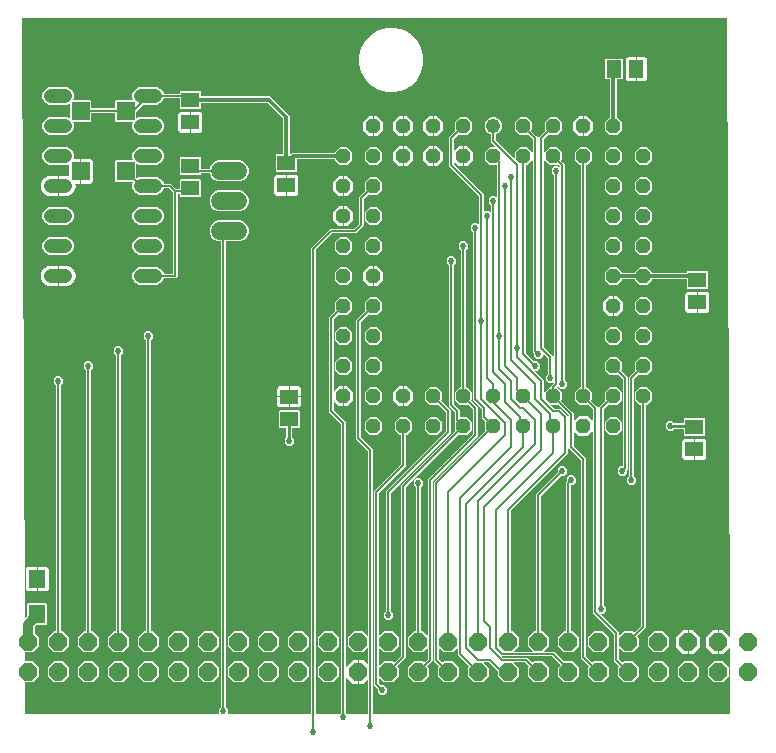
<source format=gbr>
G04 EAGLE Gerber RS-274X export*
G75*
%MOMM*%
%FSLAX34Y34*%
%LPD*%
%INTop Copper*%
%IPPOS*%
%AMOC8*
5,1,8,0,0,1.08239X$1,22.5*%
G01*
%ADD10P,1.649562X8X22.500000*%
%ADD11C,1.219200*%
%ADD12P,1.319650X8X22.500000*%
%ADD13R,1.400000X1.600000*%
%ADD14R,1.500000X1.300000*%
%ADD15R,1.300000X1.500000*%
%ADD16R,1.500000X1.600000*%
%ADD17C,1.219200*%
%ADD18C,1.524000*%
%ADD19C,1.050000*%
%ADD20C,0.152400*%
%ADD21C,0.304800*%
%ADD22C,0.812800*%
%ADD23C,0.525000*%
%ADD24C,0.254000*%

G36*
X277243Y53215D02*
X277243Y53215D01*
X277245Y53214D01*
X277288Y53234D01*
X277332Y53252D01*
X277332Y53254D01*
X277334Y53255D01*
X277367Y53340D01*
X277367Y447882D01*
X278595Y449110D01*
X292570Y463085D01*
X293798Y464313D01*
X314066Y464313D01*
X314069Y464314D01*
X314072Y464313D01*
X314155Y464350D01*
X317970Y468165D01*
X317972Y468168D01*
X317974Y468169D01*
X318007Y468254D01*
X318007Y491062D01*
X323464Y496519D01*
X323465Y496521D01*
X323467Y496522D01*
X323484Y496567D01*
X323501Y496610D01*
X323500Y496612D01*
X323501Y496614D01*
X323464Y496698D01*
X322833Y497329D01*
X322833Y503431D01*
X327149Y507747D01*
X333251Y507747D01*
X337567Y503431D01*
X337567Y497329D01*
X333251Y493013D01*
X327149Y493013D01*
X326518Y493644D01*
X326516Y493645D01*
X326515Y493647D01*
X326470Y493663D01*
X326426Y493681D01*
X326424Y493680D01*
X326422Y493681D01*
X326339Y493644D01*
X322110Y489415D01*
X322108Y489412D01*
X322106Y489411D01*
X322073Y489326D01*
X322073Y466518D01*
X315802Y460247D01*
X295534Y460247D01*
X295531Y460246D01*
X295528Y460247D01*
X295445Y460210D01*
X281470Y446235D01*
X281468Y446232D01*
X281466Y446231D01*
X281433Y446146D01*
X281433Y53340D01*
X281434Y53338D01*
X281433Y53336D01*
X281453Y53293D01*
X281471Y53249D01*
X281473Y53249D01*
X281474Y53247D01*
X281559Y53214D01*
X301652Y53214D01*
X301655Y53215D01*
X301658Y53214D01*
X301741Y53251D01*
X302730Y54240D01*
X302732Y54243D01*
X302734Y54244D01*
X302767Y54329D01*
X302767Y298826D01*
X302766Y298829D01*
X302767Y298832D01*
X302730Y298915D01*
X292607Y309038D01*
X292607Y389462D01*
X298064Y394919D01*
X298065Y394921D01*
X298067Y394922D01*
X298084Y394967D01*
X298101Y395010D01*
X298100Y395012D01*
X298101Y395014D01*
X298064Y395098D01*
X297433Y395729D01*
X297433Y401831D01*
X301749Y406147D01*
X307851Y406147D01*
X312167Y401831D01*
X312167Y395729D01*
X307851Y391413D01*
X301749Y391413D01*
X301118Y392044D01*
X301116Y392045D01*
X301115Y392047D01*
X301070Y392063D01*
X301026Y392081D01*
X301024Y392080D01*
X301022Y392081D01*
X300939Y392044D01*
X296710Y387815D01*
X296708Y387812D01*
X296706Y387811D01*
X296673Y387726D01*
X296673Y326972D01*
X296673Y326971D01*
X296673Y326970D01*
X296692Y326926D01*
X296711Y326881D01*
X296712Y326881D01*
X296713Y326880D01*
X296758Y326863D01*
X296803Y326845D01*
X296804Y326846D01*
X296805Y326846D01*
X296888Y326882D01*
X301223Y331217D01*
X304547Y331217D01*
X304547Y322707D01*
X304548Y322705D01*
X304547Y322703D01*
X304567Y322660D01*
X304585Y322616D01*
X304587Y322616D01*
X304588Y322614D01*
X304673Y322581D01*
X304801Y322581D01*
X304801Y322579D01*
X304673Y322579D01*
X304671Y322578D01*
X304669Y322579D01*
X304626Y322559D01*
X304582Y322541D01*
X304582Y322539D01*
X304580Y322538D01*
X304547Y322453D01*
X304547Y313943D01*
X301223Y313943D01*
X296888Y318278D01*
X296887Y318278D01*
X296887Y318279D01*
X296841Y318297D01*
X296797Y318315D01*
X296796Y318314D01*
X296795Y318315D01*
X296751Y318294D01*
X296707Y318275D01*
X296707Y318274D01*
X296706Y318273D01*
X296673Y318188D01*
X296673Y310774D01*
X296674Y310771D01*
X296673Y310768D01*
X296710Y310685D01*
X306833Y300562D01*
X306833Y54329D01*
X306834Y54326D01*
X306833Y54323D01*
X306870Y54240D01*
X307859Y53251D01*
X307862Y53250D01*
X307863Y53247D01*
X307948Y53214D01*
X325501Y53214D01*
X325503Y53215D01*
X325505Y53214D01*
X325548Y53234D01*
X325592Y53252D01*
X325592Y53254D01*
X325594Y53255D01*
X325627Y53340D01*
X325627Y82353D01*
X325627Y82354D01*
X325627Y82355D01*
X325608Y82399D01*
X325589Y82444D01*
X325588Y82444D01*
X325587Y82445D01*
X325542Y82462D01*
X325497Y82479D01*
X325496Y82479D01*
X325495Y82479D01*
X325412Y82442D01*
X321709Y78739D01*
X317753Y78739D01*
X317753Y88773D01*
X317752Y88775D01*
X317753Y88777D01*
X317733Y88820D01*
X317715Y88864D01*
X317713Y88864D01*
X317712Y88866D01*
X317627Y88899D01*
X317499Y88899D01*
X317499Y88901D01*
X317627Y88901D01*
X317629Y88902D01*
X317631Y88901D01*
X317674Y88921D01*
X317718Y88939D01*
X317718Y88941D01*
X317720Y88942D01*
X317753Y89027D01*
X317753Y99061D01*
X321709Y99061D01*
X325412Y95358D01*
X325413Y95357D01*
X325413Y95356D01*
X325459Y95339D01*
X325503Y95321D01*
X325504Y95321D01*
X325505Y95321D01*
X325549Y95341D01*
X325593Y95361D01*
X325593Y95362D01*
X325594Y95362D01*
X325627Y95447D01*
X325627Y109549D01*
X325627Y109550D01*
X325627Y109551D01*
X325608Y109595D01*
X325589Y109640D01*
X325588Y109640D01*
X325587Y109641D01*
X325542Y109658D01*
X325497Y109675D01*
X325496Y109675D01*
X325495Y109675D01*
X325412Y109638D01*
X321183Y105409D01*
X313817Y105409D01*
X308609Y110617D01*
X308609Y117983D01*
X313817Y123191D01*
X321183Y123191D01*
X325412Y118962D01*
X325413Y118961D01*
X325413Y118960D01*
X325459Y118943D01*
X325503Y118925D01*
X325504Y118925D01*
X325505Y118925D01*
X325549Y118945D01*
X325593Y118965D01*
X325593Y118966D01*
X325594Y118966D01*
X325627Y119051D01*
X325627Y275966D01*
X325626Y275969D01*
X325627Y275972D01*
X325590Y276055D01*
X315467Y286178D01*
X315467Y386922D01*
X323464Y394919D01*
X323465Y394921D01*
X323467Y394922D01*
X323484Y394967D01*
X323501Y395010D01*
X323500Y395012D01*
X323501Y395014D01*
X323464Y395098D01*
X322833Y395729D01*
X322833Y401831D01*
X327149Y406147D01*
X333251Y406147D01*
X337567Y401831D01*
X337567Y395729D01*
X333251Y391413D01*
X327149Y391413D01*
X326518Y392044D01*
X326516Y392045D01*
X326515Y392047D01*
X326470Y392063D01*
X326426Y392081D01*
X326424Y392080D01*
X326422Y392081D01*
X326339Y392044D01*
X319570Y385275D01*
X319568Y385272D01*
X319566Y385271D01*
X319533Y385186D01*
X319533Y287914D01*
X319534Y287911D01*
X319533Y287908D01*
X319570Y287825D01*
X329693Y277702D01*
X329693Y53340D01*
X329694Y53338D01*
X329693Y53336D01*
X329713Y53293D01*
X329731Y53249D01*
X329733Y53249D01*
X329734Y53247D01*
X329819Y53214D01*
X632460Y53214D01*
X632462Y53215D01*
X632465Y53214D01*
X632507Y53234D01*
X632551Y53252D01*
X632552Y53254D01*
X632554Y53256D01*
X632586Y53341D01*
X632343Y109670D01*
X632343Y109671D01*
X632324Y109716D01*
X632305Y109760D01*
X632304Y109761D01*
X632257Y109778D01*
X632213Y109795D01*
X632212Y109795D01*
X632211Y109795D01*
X632128Y109758D01*
X626509Y104139D01*
X622553Y104139D01*
X622553Y114173D01*
X622552Y114175D01*
X622553Y114177D01*
X622533Y114220D01*
X622515Y114264D01*
X622513Y114264D01*
X622512Y114266D01*
X622427Y114299D01*
X622299Y114299D01*
X622299Y114301D01*
X622427Y114301D01*
X622429Y114302D01*
X622431Y114301D01*
X622474Y114321D01*
X622518Y114339D01*
X622518Y114341D01*
X622520Y114342D01*
X622553Y114427D01*
X622553Y124461D01*
X626509Y124461D01*
X632088Y118882D01*
X632089Y118881D01*
X632090Y118880D01*
X632134Y118863D01*
X632179Y118845D01*
X632180Y118845D01*
X632182Y118845D01*
X632225Y118865D01*
X632269Y118885D01*
X632270Y118886D01*
X632271Y118886D01*
X632303Y118971D01*
X630046Y642621D01*
X630046Y642622D01*
X630046Y642624D01*
X630026Y642668D01*
X630007Y642711D01*
X630006Y642712D01*
X630005Y642713D01*
X629920Y642746D01*
X33020Y642746D01*
X33018Y642745D01*
X33015Y642746D01*
X32973Y642726D01*
X32929Y642708D01*
X32928Y642706D01*
X32926Y642705D01*
X32894Y642619D01*
X35089Y133399D01*
X35092Y133392D01*
X35090Y133385D01*
X35111Y133348D01*
X35127Y133309D01*
X35135Y133306D01*
X35138Y133299D01*
X35180Y133289D01*
X35220Y133273D01*
X35226Y133277D01*
X35234Y133275D01*
X35285Y133304D01*
X35309Y133315D01*
X35310Y133318D01*
X35313Y133320D01*
X37421Y135905D01*
X37428Y135930D01*
X37449Y135984D01*
X37449Y146166D01*
X38194Y146911D01*
X53246Y146911D01*
X53991Y146166D01*
X53991Y129114D01*
X53246Y128369D01*
X45103Y128369D01*
X45094Y128365D01*
X45084Y128368D01*
X45040Y128342D01*
X45012Y128331D01*
X45010Y128326D01*
X45005Y128323D01*
X43463Y126432D01*
X43456Y126406D01*
X43435Y126352D01*
X43435Y121591D01*
X43436Y121588D01*
X43435Y121585D01*
X43472Y121502D01*
X46991Y117983D01*
X46991Y110617D01*
X41783Y105409D01*
X35336Y105409D01*
X35334Y105408D01*
X35332Y105409D01*
X35289Y105389D01*
X35245Y105371D01*
X35245Y105369D01*
X35242Y105368D01*
X35210Y105282D01*
X35242Y97916D01*
X35242Y97915D01*
X35242Y97913D01*
X35262Y97869D01*
X35280Y97826D01*
X35282Y97825D01*
X35283Y97824D01*
X35368Y97791D01*
X41783Y97791D01*
X46991Y92583D01*
X46991Y85217D01*
X41783Y80009D01*
X35446Y80009D01*
X35443Y80008D01*
X35441Y80009D01*
X35398Y79989D01*
X35355Y79971D01*
X35354Y79969D01*
X35352Y79968D01*
X35319Y79882D01*
X35434Y53339D01*
X35435Y53338D01*
X35434Y53336D01*
X35454Y53292D01*
X35473Y53249D01*
X35474Y53248D01*
X35475Y53247D01*
X35560Y53214D01*
X200052Y53214D01*
X200053Y53214D01*
X200054Y53214D01*
X200098Y53233D01*
X200143Y53252D01*
X200143Y53253D01*
X200144Y53254D01*
X200161Y53299D01*
X200178Y53344D01*
X200178Y53345D01*
X200178Y53346D01*
X200141Y53429D01*
X199304Y54266D01*
X199304Y57494D01*
X201130Y59320D01*
X201132Y59323D01*
X201134Y59324D01*
X201167Y59409D01*
X201167Y453263D01*
X201166Y453265D01*
X201167Y453267D01*
X201148Y453309D01*
X201129Y453354D01*
X201127Y453354D01*
X201126Y453356D01*
X201041Y453389D01*
X198891Y453389D01*
X195624Y454743D01*
X193123Y457244D01*
X191769Y460511D01*
X191769Y464049D01*
X193123Y467316D01*
X195624Y469817D01*
X198891Y471171D01*
X217669Y471171D01*
X220936Y469817D01*
X223437Y467316D01*
X224791Y464049D01*
X224791Y460511D01*
X223437Y457244D01*
X220936Y454743D01*
X217669Y453389D01*
X205359Y453389D01*
X205357Y453388D01*
X205355Y453389D01*
X205312Y453369D01*
X205268Y453351D01*
X205268Y453349D01*
X205266Y453348D01*
X205233Y453263D01*
X205233Y59409D01*
X205234Y59406D01*
X205233Y59403D01*
X205270Y59320D01*
X207096Y57494D01*
X207096Y54266D01*
X206259Y53429D01*
X206258Y53428D01*
X206257Y53428D01*
X206240Y53382D01*
X206222Y53338D01*
X206222Y53337D01*
X206222Y53336D01*
X206242Y53292D01*
X206262Y53248D01*
X206263Y53248D01*
X206263Y53247D01*
X206348Y53214D01*
X277241Y53214D01*
X277243Y53215D01*
G37*
%LPC*%
G36*
X390017Y80009D02*
X390017Y80009D01*
X384809Y85217D01*
X384809Y92583D01*
X385887Y93660D01*
X385888Y93662D01*
X385890Y93663D01*
X385906Y93707D01*
X385924Y93751D01*
X385923Y93753D01*
X385924Y93755D01*
X385887Y93839D01*
X382735Y96990D01*
X381507Y98218D01*
X381507Y249762D01*
X382735Y250990D01*
X425064Y293319D01*
X425065Y293321D01*
X425067Y293322D01*
X425084Y293367D01*
X425101Y293410D01*
X425100Y293412D01*
X425101Y293414D01*
X425064Y293498D01*
X424433Y294129D01*
X424433Y300231D01*
X425064Y300862D01*
X425065Y300864D01*
X425067Y300865D01*
X425083Y300910D01*
X425101Y300954D01*
X425100Y300956D01*
X425101Y300958D01*
X425064Y301041D01*
X423375Y302730D01*
X422147Y303958D01*
X422147Y311526D01*
X422146Y311529D01*
X422147Y311532D01*
X422110Y311615D01*
X414527Y319198D01*
X414527Y461291D01*
X414526Y461294D01*
X414527Y461297D01*
X414490Y461380D01*
X412664Y463206D01*
X412664Y466434D01*
X414946Y468716D01*
X418174Y468716D01*
X419392Y467498D01*
X419393Y467497D01*
X419393Y467496D01*
X419439Y467479D01*
X419483Y467461D01*
X419484Y467461D01*
X419485Y467461D01*
X419529Y467481D01*
X419573Y467501D01*
X419573Y467502D01*
X419574Y467502D01*
X419607Y467587D01*
X419607Y491866D01*
X419606Y491869D01*
X419607Y491872D01*
X419570Y491955D01*
X394207Y517318D01*
X394207Y541862D01*
X399664Y547319D01*
X399665Y547321D01*
X399667Y547322D01*
X399684Y547367D01*
X399701Y547410D01*
X399700Y547412D01*
X399701Y547414D01*
X399664Y547498D01*
X399033Y548129D01*
X399033Y554231D01*
X403349Y558547D01*
X409451Y558547D01*
X413767Y554231D01*
X413767Y548129D01*
X409451Y543813D01*
X403349Y543813D01*
X402718Y544444D01*
X402716Y544445D01*
X402715Y544447D01*
X402670Y544463D01*
X402626Y544481D01*
X402624Y544480D01*
X402622Y544481D01*
X402539Y544444D01*
X398310Y540215D01*
X398308Y540212D01*
X398306Y540211D01*
X398273Y540126D01*
X398273Y530172D01*
X398273Y530171D01*
X398273Y530170D01*
X398292Y530126D01*
X398311Y530081D01*
X398312Y530081D01*
X398313Y530080D01*
X398358Y530063D01*
X398403Y530045D01*
X398404Y530046D01*
X398405Y530046D01*
X398488Y530082D01*
X402823Y534417D01*
X406147Y534417D01*
X406147Y525907D01*
X406148Y525905D01*
X406147Y525903D01*
X406167Y525860D01*
X406185Y525816D01*
X406187Y525816D01*
X406188Y525814D01*
X406273Y525781D01*
X406401Y525781D01*
X406401Y525779D01*
X406273Y525779D01*
X406271Y525778D01*
X406269Y525779D01*
X406226Y525759D01*
X406182Y525741D01*
X406182Y525739D01*
X406180Y525738D01*
X406147Y525653D01*
X406147Y517143D01*
X402823Y517143D01*
X398488Y521478D01*
X398487Y521478D01*
X398487Y521479D01*
X398441Y521497D01*
X398397Y521515D01*
X398396Y521514D01*
X398395Y521515D01*
X398351Y521494D01*
X398307Y521475D01*
X398307Y521474D01*
X398306Y521473D01*
X398273Y521388D01*
X398273Y519054D01*
X398274Y519051D01*
X398273Y519048D01*
X398310Y518965D01*
X423673Y493602D01*
X423673Y477747D01*
X423673Y477746D01*
X423673Y477745D01*
X423692Y477701D01*
X423711Y477656D01*
X423712Y477656D01*
X423713Y477655D01*
X423758Y477638D01*
X423803Y477621D01*
X423804Y477621D01*
X423805Y477621D01*
X423888Y477658D01*
X425106Y478876D01*
X428334Y478876D01*
X429552Y477658D01*
X429553Y477657D01*
X429553Y477656D01*
X429599Y477639D01*
X429643Y477621D01*
X429644Y477621D01*
X429645Y477621D01*
X429689Y477641D01*
X429733Y477661D01*
X429733Y477662D01*
X429734Y477662D01*
X429767Y477747D01*
X429767Y484151D01*
X429766Y484154D01*
X429767Y484157D01*
X429730Y484240D01*
X427904Y486066D01*
X427904Y489294D01*
X430186Y491576D01*
X433414Y491576D01*
X434632Y490358D01*
X434633Y490357D01*
X434633Y490356D01*
X434679Y490339D01*
X434723Y490321D01*
X434724Y490321D01*
X434725Y490321D01*
X434769Y490341D01*
X434813Y490361D01*
X434813Y490362D01*
X434814Y490362D01*
X434847Y490447D01*
X434847Y518287D01*
X434846Y518289D01*
X434847Y518291D01*
X434828Y518333D01*
X434809Y518378D01*
X434807Y518378D01*
X434806Y518380D01*
X434721Y518413D01*
X428749Y518413D01*
X424433Y522729D01*
X424433Y528831D01*
X428749Y533147D01*
X433954Y533147D01*
X433955Y533147D01*
X433956Y533147D01*
X434000Y533166D01*
X434044Y533185D01*
X434045Y533186D01*
X434046Y533187D01*
X434062Y533232D01*
X434080Y533277D01*
X434079Y533278D01*
X434080Y533279D01*
X434043Y533362D01*
X429767Y537638D01*
X429767Y543964D01*
X429756Y543990D01*
X429755Y544018D01*
X429737Y544035D01*
X429729Y544055D01*
X429708Y544063D01*
X429689Y544081D01*
X427627Y544935D01*
X425555Y547007D01*
X424433Y549715D01*
X424433Y552645D01*
X425555Y555353D01*
X427627Y557425D01*
X430335Y558547D01*
X433265Y558547D01*
X435973Y557425D01*
X438045Y555353D01*
X439167Y552645D01*
X439167Y549715D01*
X438045Y547007D01*
X435973Y544935D01*
X433911Y544081D01*
X433891Y544061D01*
X433866Y544049D01*
X433857Y544026D01*
X433842Y544010D01*
X433842Y543988D01*
X433833Y543964D01*
X433833Y539374D01*
X433834Y539371D01*
X433833Y539368D01*
X433870Y539285D01*
X449618Y523537D01*
X449619Y523537D01*
X449619Y523536D01*
X449665Y523518D01*
X449709Y523500D01*
X449710Y523500D01*
X449711Y523500D01*
X449755Y523520D01*
X449799Y523540D01*
X449799Y523541D01*
X449800Y523541D01*
X449833Y523626D01*
X449833Y528831D01*
X454149Y533147D01*
X460251Y533147D01*
X464567Y528831D01*
X464567Y522729D01*
X460251Y518413D01*
X459359Y518413D01*
X459357Y518412D01*
X459355Y518413D01*
X459312Y518393D01*
X459268Y518375D01*
X459268Y518373D01*
X459266Y518372D01*
X459233Y518287D01*
X459233Y359034D01*
X459234Y359031D01*
X459233Y359028D01*
X459270Y358945D01*
X466302Y351913D01*
X466305Y351911D01*
X466306Y351909D01*
X466391Y351876D01*
X468974Y351876D01*
X471256Y349594D01*
X471256Y346366D01*
X468974Y344084D01*
X466815Y344084D01*
X466814Y344084D01*
X466813Y344084D01*
X466769Y344065D01*
X466725Y344046D01*
X466724Y344045D01*
X466723Y344044D01*
X466707Y343999D01*
X466689Y343954D01*
X466690Y343953D01*
X466689Y343952D01*
X466726Y343869D01*
X474473Y336122D01*
X474473Y320934D01*
X474474Y320931D01*
X474473Y320928D01*
X474510Y320845D01*
X475018Y320337D01*
X475019Y320337D01*
X475019Y320336D01*
X475065Y320318D01*
X475109Y320300D01*
X475110Y320300D01*
X475111Y320300D01*
X475155Y320320D01*
X475199Y320340D01*
X475199Y320341D01*
X475200Y320341D01*
X475233Y320426D01*
X475233Y325631D01*
X479549Y329947D01*
X480441Y329947D01*
X480443Y329948D01*
X480445Y329947D01*
X480488Y329967D01*
X480532Y329985D01*
X480532Y329987D01*
X480534Y329988D01*
X480567Y330073D01*
X480567Y331042D01*
X483070Y333545D01*
X483072Y333548D01*
X483074Y333549D01*
X483107Y333634D01*
X483107Y335053D01*
X483107Y335054D01*
X483107Y335055D01*
X483088Y335099D01*
X483069Y335144D01*
X483068Y335144D01*
X483067Y335145D01*
X483022Y335162D01*
X482977Y335179D01*
X482976Y335179D01*
X482975Y335179D01*
X482892Y335142D01*
X481674Y333924D01*
X478446Y333924D01*
X476164Y336206D01*
X476164Y339434D01*
X477990Y341260D01*
X477992Y341263D01*
X477994Y341264D01*
X478027Y341349D01*
X478027Y354706D01*
X478026Y354709D01*
X478027Y354712D01*
X477990Y354795D01*
X474011Y358774D01*
X474010Y358774D01*
X474010Y358775D01*
X473964Y358793D01*
X473920Y358811D01*
X473919Y358811D01*
X473918Y358811D01*
X473874Y358791D01*
X473830Y358771D01*
X473830Y358770D01*
X473829Y358770D01*
X473796Y358685D01*
X473796Y356526D01*
X471514Y354244D01*
X468286Y354244D01*
X466004Y356526D01*
X466004Y359109D01*
X466003Y359112D01*
X466004Y359115D01*
X465967Y359198D01*
X465327Y359838D01*
X465327Y540126D01*
X465326Y540129D01*
X465327Y540132D01*
X465290Y540215D01*
X461061Y544444D01*
X461059Y544445D01*
X461058Y544447D01*
X461013Y544464D01*
X460970Y544481D01*
X460968Y544480D01*
X460966Y544481D01*
X460882Y544444D01*
X460251Y543813D01*
X454149Y543813D01*
X449833Y548129D01*
X449833Y554231D01*
X454149Y558547D01*
X460251Y558547D01*
X464567Y554231D01*
X464567Y548129D01*
X463936Y547498D01*
X463935Y547496D01*
X463933Y547495D01*
X463916Y547450D01*
X463899Y547406D01*
X463900Y547404D01*
X463899Y547402D01*
X463936Y547319D01*
X468165Y543090D01*
X469393Y541862D01*
X469393Y362162D01*
X469394Y362160D01*
X469393Y362158D01*
X469413Y362115D01*
X469431Y362071D01*
X469433Y362071D01*
X469434Y362069D01*
X469519Y362036D01*
X470445Y362036D01*
X470446Y362036D01*
X470447Y362036D01*
X470491Y362055D01*
X470535Y362074D01*
X470536Y362075D01*
X470537Y362076D01*
X470553Y362121D01*
X470571Y362166D01*
X470570Y362167D01*
X470571Y362168D01*
X470534Y362251D01*
X470407Y362378D01*
X470407Y541862D01*
X471635Y543090D01*
X475864Y547319D01*
X475865Y547321D01*
X475867Y547322D01*
X475884Y547367D01*
X475901Y547410D01*
X475900Y547412D01*
X475901Y547414D01*
X475864Y547498D01*
X475233Y548129D01*
X475233Y554231D01*
X479549Y558547D01*
X485651Y558547D01*
X489967Y554231D01*
X489967Y548129D01*
X485651Y543813D01*
X479549Y543813D01*
X478918Y544444D01*
X478916Y544445D01*
X478915Y544447D01*
X478870Y544463D01*
X478826Y544481D01*
X478824Y544480D01*
X478822Y544481D01*
X478739Y544444D01*
X474510Y540215D01*
X474508Y540212D01*
X474506Y540211D01*
X474473Y540126D01*
X474473Y364114D01*
X474474Y364111D01*
X474473Y364108D01*
X474510Y364025D01*
X482093Y356442D01*
X482093Y341349D01*
X482094Y341346D01*
X482093Y341343D01*
X482130Y341260D01*
X482892Y340498D01*
X482893Y340497D01*
X482893Y340496D01*
X482938Y340479D01*
X482983Y340461D01*
X482984Y340461D01*
X482985Y340461D01*
X483030Y340481D01*
X483073Y340501D01*
X483073Y340502D01*
X483074Y340502D01*
X483107Y340587D01*
X483107Y509551D01*
X483106Y509554D01*
X483107Y509557D01*
X483070Y509640D01*
X481244Y511466D01*
X481244Y514694D01*
X483526Y516976D01*
X486754Y516976D01*
X487972Y515758D01*
X487973Y515757D01*
X487973Y515756D01*
X488019Y515739D01*
X488063Y515721D01*
X488064Y515721D01*
X488065Y515721D01*
X488109Y515741D01*
X488153Y515761D01*
X488153Y515762D01*
X488154Y515762D01*
X488187Y515847D01*
X488187Y517266D01*
X488186Y517269D01*
X488187Y517272D01*
X488150Y517355D01*
X486461Y519044D01*
X486459Y519045D01*
X486458Y519047D01*
X486413Y519064D01*
X486370Y519081D01*
X486368Y519080D01*
X486366Y519081D01*
X486282Y519044D01*
X485651Y518413D01*
X479549Y518413D01*
X475233Y522729D01*
X475233Y528831D01*
X479549Y533147D01*
X485651Y533147D01*
X489967Y528831D01*
X489967Y522729D01*
X489336Y522098D01*
X489335Y522096D01*
X489333Y522095D01*
X489317Y522050D01*
X489299Y522006D01*
X489300Y522004D01*
X489299Y522002D01*
X489336Y521919D01*
X491025Y520230D01*
X492253Y519002D01*
X492253Y336269D01*
X492254Y336266D01*
X492253Y336263D01*
X492290Y336180D01*
X494116Y334354D01*
X494116Y331126D01*
X491834Y328844D01*
X488606Y328844D01*
X486452Y330999D01*
X486450Y330999D01*
X486449Y331001D01*
X486404Y331018D01*
X486361Y331036D01*
X486359Y331035D01*
X486357Y331035D01*
X486273Y330999D01*
X485945Y330670D01*
X485437Y330162D01*
X485437Y330161D01*
X485436Y330161D01*
X485418Y330116D01*
X485400Y330071D01*
X485400Y330070D01*
X485400Y330069D01*
X485421Y330024D01*
X485440Y329981D01*
X485441Y329981D01*
X485441Y329980D01*
X485526Y329947D01*
X485651Y329947D01*
X489967Y325631D01*
X489967Y319529D01*
X489336Y318898D01*
X489335Y318896D01*
X489333Y318895D01*
X489317Y318850D01*
X489299Y318806D01*
X489300Y318804D01*
X489299Y318802D01*
X489336Y318719D01*
X498645Y309410D01*
X499873Y308182D01*
X499873Y301572D01*
X499873Y301571D01*
X499873Y301570D01*
X499892Y301526D01*
X499911Y301481D01*
X499912Y301481D01*
X499913Y301480D01*
X499958Y301463D01*
X500003Y301445D01*
X500004Y301446D01*
X500005Y301446D01*
X500088Y301482D01*
X504423Y305817D01*
X507747Y305817D01*
X507747Y297307D01*
X507748Y297305D01*
X507747Y297303D01*
X507767Y297260D01*
X507785Y297216D01*
X507787Y297216D01*
X507788Y297214D01*
X507873Y297181D01*
X508127Y297181D01*
X508129Y297182D01*
X508131Y297181D01*
X508174Y297201D01*
X508218Y297219D01*
X508218Y297221D01*
X508220Y297222D01*
X508253Y297307D01*
X508253Y305817D01*
X511577Y305817D01*
X515912Y301482D01*
X515913Y301482D01*
X515913Y301481D01*
X515959Y301463D01*
X516003Y301445D01*
X516004Y301446D01*
X516005Y301445D01*
X516049Y301466D01*
X516093Y301485D01*
X516093Y301486D01*
X516094Y301487D01*
X516127Y301572D01*
X516127Y311526D01*
X516126Y311529D01*
X516127Y311532D01*
X516090Y311615D01*
X511861Y315844D01*
X511859Y315845D01*
X511858Y315847D01*
X511813Y315864D01*
X511770Y315881D01*
X511768Y315880D01*
X511766Y315881D01*
X511682Y315844D01*
X511051Y315213D01*
X504949Y315213D01*
X500633Y319529D01*
X500633Y325631D01*
X504949Y329947D01*
X505841Y329947D01*
X505843Y329948D01*
X505845Y329947D01*
X505888Y329967D01*
X505932Y329985D01*
X505932Y329987D01*
X505934Y329988D01*
X505967Y330073D01*
X505967Y518287D01*
X505966Y518289D01*
X505967Y518291D01*
X505948Y518333D01*
X505929Y518378D01*
X505927Y518378D01*
X505926Y518380D01*
X505841Y518413D01*
X504949Y518413D01*
X500633Y522729D01*
X500633Y528831D01*
X504949Y533147D01*
X511051Y533147D01*
X515367Y528831D01*
X515367Y522729D01*
X511051Y518413D01*
X510159Y518413D01*
X510157Y518412D01*
X510155Y518413D01*
X510112Y518393D01*
X510068Y518375D01*
X510068Y518373D01*
X510066Y518372D01*
X510033Y518287D01*
X510033Y330073D01*
X510034Y330071D01*
X510033Y330069D01*
X510053Y330026D01*
X510071Y329982D01*
X510073Y329982D01*
X510074Y329980D01*
X510159Y329947D01*
X511051Y329947D01*
X515367Y325631D01*
X515367Y319529D01*
X514736Y318898D01*
X514735Y318896D01*
X514733Y318895D01*
X514717Y318850D01*
X514699Y318806D01*
X514700Y318804D01*
X514699Y318802D01*
X514736Y318719D01*
X518965Y314490D01*
X520193Y313262D01*
X520193Y145007D01*
X520193Y145006D01*
X520193Y145005D01*
X520212Y144961D01*
X520231Y144916D01*
X520232Y144916D01*
X520233Y144915D01*
X520278Y144898D01*
X520323Y144881D01*
X520324Y144881D01*
X520325Y144881D01*
X520408Y144918D01*
X521170Y145680D01*
X521172Y145683D01*
X521174Y145684D01*
X521207Y145769D01*
X521207Y313262D01*
X522435Y314490D01*
X526664Y318719D01*
X526665Y318721D01*
X526667Y318722D01*
X526684Y318767D01*
X526701Y318810D01*
X526700Y318812D01*
X526701Y318814D01*
X526664Y318898D01*
X526033Y319529D01*
X526033Y325631D01*
X530349Y329947D01*
X536451Y329947D01*
X540767Y325631D01*
X540767Y319529D01*
X536451Y315213D01*
X530349Y315213D01*
X529718Y315844D01*
X529716Y315845D01*
X529715Y315847D01*
X529670Y315863D01*
X529626Y315881D01*
X529624Y315880D01*
X529622Y315881D01*
X529539Y315844D01*
X525310Y311615D01*
X525308Y311612D01*
X525306Y311611D01*
X525273Y311526D01*
X525273Y145769D01*
X525274Y145766D01*
X525273Y145763D01*
X525310Y145680D01*
X527136Y143854D01*
X527136Y140626D01*
X524854Y138344D01*
X522695Y138344D01*
X522694Y138344D01*
X522693Y138344D01*
X522649Y138325D01*
X522605Y138306D01*
X522604Y138305D01*
X522603Y138304D01*
X522587Y138259D01*
X522569Y138214D01*
X522570Y138213D01*
X522569Y138212D01*
X522606Y138129D01*
X537973Y122762D01*
X537973Y119051D01*
X537973Y119050D01*
X537973Y119049D01*
X537992Y119005D01*
X538011Y118960D01*
X538012Y118960D01*
X538013Y118959D01*
X538058Y118942D01*
X538103Y118925D01*
X538104Y118925D01*
X538105Y118925D01*
X538188Y118962D01*
X542417Y123191D01*
X549783Y123191D01*
X550860Y122113D01*
X550862Y122112D01*
X550863Y122110D01*
X550908Y122094D01*
X550951Y122076D01*
X550953Y122077D01*
X550955Y122076D01*
X551039Y122113D01*
X556730Y127805D01*
X556732Y127808D01*
X556734Y127809D01*
X556767Y127894D01*
X556767Y315087D01*
X556766Y315089D01*
X556767Y315091D01*
X556747Y315134D01*
X556729Y315178D01*
X556727Y315178D01*
X556726Y315180D01*
X556641Y315213D01*
X555749Y315213D01*
X551433Y319529D01*
X551433Y325631D01*
X555749Y329947D01*
X561851Y329947D01*
X566167Y325631D01*
X566167Y319529D01*
X561851Y315213D01*
X560959Y315213D01*
X560957Y315212D01*
X560955Y315213D01*
X560912Y315193D01*
X560868Y315175D01*
X560868Y315173D01*
X560866Y315172D01*
X560833Y315087D01*
X560833Y126158D01*
X553913Y119239D01*
X553912Y119237D01*
X553910Y119236D01*
X553894Y119191D01*
X553876Y119147D01*
X553877Y119145D01*
X553876Y119143D01*
X553913Y119060D01*
X554991Y117983D01*
X554991Y110617D01*
X549783Y105409D01*
X542417Y105409D01*
X538188Y109638D01*
X538187Y109639D01*
X538187Y109640D01*
X538141Y109657D01*
X538097Y109675D01*
X538096Y109675D01*
X538095Y109675D01*
X538051Y109655D01*
X538007Y109635D01*
X538007Y109634D01*
X538006Y109634D01*
X537973Y109549D01*
X537973Y99954D01*
X537974Y99951D01*
X537973Y99948D01*
X538010Y99865D01*
X541161Y96713D01*
X541163Y96712D01*
X541164Y96710D01*
X541209Y96694D01*
X541253Y96676D01*
X541255Y96677D01*
X541257Y96676D01*
X541340Y96713D01*
X542417Y97791D01*
X549783Y97791D01*
X554991Y92583D01*
X554991Y85217D01*
X549783Y80009D01*
X542417Y80009D01*
X537209Y85217D01*
X537209Y92583D01*
X538287Y93660D01*
X538288Y93662D01*
X538290Y93663D01*
X538306Y93707D01*
X538324Y93751D01*
X538323Y93753D01*
X538324Y93755D01*
X538287Y93839D01*
X533907Y98218D01*
X533907Y121026D01*
X533906Y121029D01*
X533907Y121032D01*
X533870Y121115D01*
X516127Y138858D01*
X516127Y292788D01*
X516127Y292789D01*
X516127Y292790D01*
X516108Y292834D01*
X516089Y292879D01*
X516088Y292879D01*
X516087Y292880D01*
X516042Y292897D01*
X515997Y292915D01*
X515996Y292914D01*
X515995Y292914D01*
X515912Y292878D01*
X511577Y288543D01*
X508253Y288543D01*
X508253Y297053D01*
X508252Y297055D01*
X508253Y297057D01*
X508233Y297100D01*
X508215Y297144D01*
X508213Y297144D01*
X508212Y297146D01*
X508127Y297179D01*
X507873Y297179D01*
X507871Y297178D01*
X507869Y297179D01*
X507826Y297159D01*
X507782Y297141D01*
X507782Y297139D01*
X507780Y297138D01*
X507747Y297053D01*
X507747Y288543D01*
X504423Y288543D01*
X500088Y292878D01*
X500087Y292878D01*
X500087Y292879D01*
X500041Y292897D01*
X499997Y292915D01*
X499996Y292914D01*
X499995Y292915D01*
X499951Y292894D01*
X499907Y292875D01*
X499907Y292874D01*
X499906Y292873D01*
X499873Y292788D01*
X499873Y280294D01*
X499874Y280291D01*
X499873Y280288D01*
X499910Y280205D01*
X510033Y270082D01*
X510033Y102494D01*
X510034Y102491D01*
X510033Y102488D01*
X510070Y102405D01*
X515761Y96713D01*
X515763Y96712D01*
X515764Y96710D01*
X515809Y96694D01*
X515853Y96676D01*
X515855Y96677D01*
X515857Y96676D01*
X515940Y96713D01*
X517017Y97791D01*
X524383Y97791D01*
X529591Y92583D01*
X529591Y85217D01*
X524383Y80009D01*
X517017Y80009D01*
X511809Y85217D01*
X511809Y92583D01*
X512887Y93660D01*
X512888Y93662D01*
X512890Y93663D01*
X512906Y93707D01*
X512924Y93751D01*
X512923Y93753D01*
X512924Y93755D01*
X512887Y93839D01*
X505967Y100758D01*
X505967Y268346D01*
X505967Y268347D01*
X505967Y268348D01*
X505966Y268350D01*
X505967Y268352D01*
X505930Y268435D01*
X495807Y278558D01*
X495807Y306446D01*
X495806Y306449D01*
X495807Y306452D01*
X495770Y306535D01*
X486461Y315844D01*
X486459Y315845D01*
X486458Y315847D01*
X486413Y315864D01*
X486370Y315881D01*
X486368Y315880D01*
X486366Y315881D01*
X486282Y315844D01*
X485651Y315213D01*
X480446Y315213D01*
X480445Y315213D01*
X480444Y315213D01*
X480400Y315194D01*
X480356Y315175D01*
X480355Y315174D01*
X480354Y315173D01*
X480338Y315128D01*
X480320Y315083D01*
X480321Y315082D01*
X480320Y315081D01*
X480357Y314998D01*
X483405Y311950D01*
X483408Y311948D01*
X483409Y311946D01*
X483494Y311913D01*
X488522Y311913D01*
X494793Y305642D01*
X494793Y273478D01*
X493565Y272250D01*
X446570Y225255D01*
X446569Y225254D01*
X446568Y225252D01*
X446566Y225251D01*
X446533Y225166D01*
X446533Y123317D01*
X446534Y123315D01*
X446533Y123313D01*
X446553Y123270D01*
X446571Y123226D01*
X446573Y123226D01*
X446574Y123224D01*
X446659Y123191D01*
X448183Y123191D01*
X453391Y117983D01*
X453391Y110617D01*
X449162Y106388D01*
X449161Y106387D01*
X449160Y106387D01*
X449143Y106341D01*
X449125Y106297D01*
X449125Y106296D01*
X449125Y106295D01*
X449145Y106251D01*
X449165Y106207D01*
X449166Y106207D01*
X449166Y106206D01*
X449251Y106173D01*
X465149Y106173D01*
X465150Y106173D01*
X465151Y106173D01*
X465195Y106192D01*
X465240Y106211D01*
X465240Y106212D01*
X465241Y106213D01*
X465258Y106258D01*
X465275Y106303D01*
X465275Y106304D01*
X465275Y106305D01*
X465238Y106388D01*
X461009Y110617D01*
X461009Y117983D01*
X466217Y123191D01*
X467741Y123191D01*
X467743Y123192D01*
X467745Y123191D01*
X467788Y123211D01*
X467832Y123229D01*
X467832Y123231D01*
X467834Y123232D01*
X467867Y123317D01*
X467867Y239602D01*
X486287Y258022D01*
X486289Y258025D01*
X486291Y258026D01*
X486324Y258111D01*
X486324Y260694D01*
X488606Y262976D01*
X491834Y262976D01*
X494116Y260694D01*
X494116Y257466D01*
X491834Y255184D01*
X489251Y255184D01*
X489248Y255183D01*
X489245Y255184D01*
X489162Y255147D01*
X471970Y237955D01*
X471968Y237952D01*
X471966Y237951D01*
X471933Y237866D01*
X471933Y123317D01*
X471934Y123315D01*
X471933Y123313D01*
X471953Y123270D01*
X471971Y123226D01*
X471973Y123226D01*
X471974Y123224D01*
X472059Y123191D01*
X473583Y123191D01*
X478791Y117983D01*
X478791Y110617D01*
X474562Y106388D01*
X474561Y106387D01*
X474560Y106387D01*
X474543Y106341D01*
X474525Y106297D01*
X474525Y106296D01*
X474525Y106295D01*
X474545Y106251D01*
X474565Y106207D01*
X474566Y106207D01*
X474566Y106206D01*
X474651Y106173D01*
X483442Y106173D01*
X491787Y97828D01*
X491790Y97826D01*
X491791Y97824D01*
X491876Y97791D01*
X498983Y97791D01*
X504191Y92583D01*
X504191Y85217D01*
X498983Y80009D01*
X491617Y80009D01*
X486409Y85217D01*
X486409Y92583D01*
X488757Y94930D01*
X488758Y94932D01*
X488760Y94933D01*
X488776Y94978D01*
X488794Y95021D01*
X488793Y95023D01*
X488794Y95025D01*
X488757Y95109D01*
X481795Y102070D01*
X481792Y102072D01*
X481791Y102074D01*
X481706Y102107D01*
X439552Y102107D01*
X439551Y102107D01*
X439550Y102107D01*
X439506Y102088D01*
X439462Y102069D01*
X439461Y102068D01*
X439460Y102067D01*
X439444Y102022D01*
X439426Y101977D01*
X439427Y101976D01*
X439426Y101975D01*
X439463Y101892D01*
X440225Y101130D01*
X440228Y101128D01*
X440229Y101126D01*
X440314Y101093D01*
X460582Y101093D01*
X461810Y99865D01*
X464961Y96713D01*
X464963Y96712D01*
X464964Y96710D01*
X465009Y96694D01*
X465053Y96676D01*
X465055Y96677D01*
X465057Y96676D01*
X465140Y96713D01*
X466217Y97791D01*
X473583Y97791D01*
X478791Y92583D01*
X478791Y85217D01*
X473583Y80009D01*
X466217Y80009D01*
X461009Y85217D01*
X461009Y92583D01*
X462087Y93660D01*
X462088Y93662D01*
X462090Y93663D01*
X462106Y93707D01*
X462124Y93751D01*
X462123Y93753D01*
X462124Y93755D01*
X462087Y93839D01*
X458935Y96990D01*
X458932Y96992D01*
X458931Y96994D01*
X458846Y97027D01*
X449251Y97027D01*
X449250Y97027D01*
X449249Y97027D01*
X449205Y97008D01*
X449160Y96989D01*
X449160Y96988D01*
X449159Y96987D01*
X449142Y96942D01*
X449125Y96897D01*
X449125Y96896D01*
X449125Y96895D01*
X449162Y96812D01*
X453391Y92583D01*
X453391Y85217D01*
X448183Y80009D01*
X440817Y80009D01*
X435609Y85217D01*
X435609Y89784D01*
X435608Y89787D01*
X435609Y89790D01*
X435572Y89873D01*
X428455Y96990D01*
X428452Y96992D01*
X428451Y96994D01*
X428366Y97027D01*
X423851Y97027D01*
X423850Y97027D01*
X423849Y97027D01*
X423805Y97008D01*
X423760Y96989D01*
X423760Y96988D01*
X423759Y96987D01*
X423742Y96942D01*
X423725Y96897D01*
X423725Y96896D01*
X423725Y96895D01*
X423762Y96812D01*
X427991Y92583D01*
X427991Y85217D01*
X422783Y80009D01*
X415417Y80009D01*
X410209Y85217D01*
X410209Y92583D01*
X411287Y93660D01*
X411288Y93662D01*
X411290Y93663D01*
X411306Y93707D01*
X411324Y93751D01*
X411323Y93753D01*
X411324Y93755D01*
X411287Y93839D01*
X401827Y103298D01*
X401827Y109549D01*
X401827Y109550D01*
X401827Y109551D01*
X401808Y109595D01*
X401789Y109640D01*
X401788Y109640D01*
X401787Y109641D01*
X401742Y109658D01*
X401697Y109675D01*
X401696Y109675D01*
X401695Y109675D01*
X401612Y109638D01*
X397383Y105409D01*
X390017Y105409D01*
X385788Y109638D01*
X385787Y109639D01*
X385787Y109640D01*
X385741Y109657D01*
X385697Y109675D01*
X385696Y109675D01*
X385695Y109675D01*
X385651Y109655D01*
X385607Y109635D01*
X385607Y109634D01*
X385606Y109634D01*
X385573Y109549D01*
X385573Y99954D01*
X385574Y99951D01*
X385573Y99948D01*
X385610Y99865D01*
X388761Y96713D01*
X388763Y96712D01*
X388764Y96710D01*
X388809Y96694D01*
X388853Y96676D01*
X388855Y96677D01*
X388857Y96676D01*
X388940Y96713D01*
X390017Y97791D01*
X397383Y97791D01*
X402591Y92583D01*
X402591Y85217D01*
X397383Y80009D01*
X390017Y80009D01*
G37*
%LPD*%
%LPC*%
G36*
X248514Y512269D02*
X248514Y512269D01*
X247769Y513014D01*
X247769Y527066D01*
X248514Y527811D01*
X253619Y527811D01*
X253621Y527812D01*
X253623Y527811D01*
X253666Y527831D01*
X253710Y527849D01*
X253710Y527851D01*
X253712Y527852D01*
X253745Y527937D01*
X253745Y557590D01*
X253744Y557593D01*
X253745Y557596D01*
X253708Y557679D01*
X240839Y570548D01*
X240836Y570550D01*
X240835Y570552D01*
X240750Y570585D01*
X184157Y570585D01*
X184155Y570584D01*
X184153Y570585D01*
X184110Y570565D01*
X184066Y570547D01*
X184066Y570545D01*
X184064Y570544D01*
X184031Y570459D01*
X184031Y566354D01*
X183286Y565609D01*
X167234Y565609D01*
X166489Y566354D01*
X166489Y574421D01*
X166488Y574423D01*
X166489Y574425D01*
X166469Y574468D01*
X166451Y574512D01*
X166449Y574512D01*
X166448Y574514D01*
X166363Y574547D01*
X153012Y574547D01*
X152986Y574536D01*
X152958Y574535D01*
X152941Y574517D01*
X152921Y574509D01*
X152913Y574488D01*
X152895Y574469D01*
X152041Y572407D01*
X149969Y570335D01*
X147261Y569213D01*
X135260Y569213D01*
X135257Y569212D01*
X135254Y569213D01*
X135171Y569176D01*
X129408Y563413D01*
X129406Y563410D01*
X129404Y563409D01*
X129371Y563324D01*
X129371Y557589D01*
X129381Y557564D01*
X129382Y557537D01*
X129400Y557521D01*
X129409Y557498D01*
X129434Y557489D01*
X129454Y557470D01*
X129480Y557471D01*
X129501Y557463D01*
X129520Y557472D01*
X129545Y557473D01*
X132139Y558547D01*
X147261Y558547D01*
X149969Y557425D01*
X152041Y555353D01*
X153163Y552645D01*
X153163Y549715D01*
X152041Y547007D01*
X149969Y544935D01*
X147261Y543813D01*
X132139Y543813D01*
X129431Y544935D01*
X127359Y547007D01*
X126237Y549715D01*
X126237Y552645D01*
X127020Y554535D01*
X127020Y554562D01*
X127029Y554587D01*
X127019Y554609D01*
X127019Y554633D01*
X127000Y554652D01*
X126988Y554676D01*
X126964Y554686D01*
X126948Y554701D01*
X126926Y554700D01*
X126903Y554709D01*
X112574Y554709D01*
X111829Y555454D01*
X111829Y561821D01*
X111828Y561823D01*
X111829Y561825D01*
X111809Y561868D01*
X111791Y561912D01*
X111789Y561912D01*
X111788Y561914D01*
X111703Y561947D01*
X91497Y561947D01*
X91495Y561946D01*
X91493Y561947D01*
X91450Y561927D01*
X91406Y561909D01*
X91406Y561907D01*
X91404Y561906D01*
X91371Y561821D01*
X91371Y555454D01*
X90626Y554709D01*
X76297Y554709D01*
X76272Y554699D01*
X76245Y554698D01*
X76228Y554680D01*
X76206Y554671D01*
X76196Y554646D01*
X76178Y554626D01*
X76179Y554600D01*
X76171Y554579D01*
X76180Y554560D01*
X76180Y554535D01*
X76963Y552645D01*
X76963Y549715D01*
X75841Y547007D01*
X73769Y544935D01*
X71061Y543813D01*
X55939Y543813D01*
X53231Y544935D01*
X51159Y547007D01*
X50037Y549715D01*
X50037Y552645D01*
X51159Y555353D01*
X53231Y557425D01*
X55939Y558547D01*
X71061Y558547D01*
X73655Y557473D01*
X73682Y557473D01*
X73707Y557463D01*
X73729Y557473D01*
X73753Y557473D01*
X73772Y557493D01*
X73796Y557504D01*
X73806Y557529D01*
X73821Y557545D01*
X73820Y557566D01*
X73829Y557589D01*
X73829Y570171D01*
X73819Y570196D01*
X73818Y570223D01*
X73800Y570239D01*
X73791Y570262D01*
X73766Y570271D01*
X73746Y570290D01*
X73720Y570289D01*
X73699Y570297D01*
X73680Y570288D01*
X73655Y570287D01*
X71061Y569213D01*
X55939Y569213D01*
X53231Y570335D01*
X51159Y572407D01*
X50037Y575115D01*
X50037Y578045D01*
X51159Y580753D01*
X53231Y582825D01*
X55939Y583947D01*
X71061Y583947D01*
X73769Y582825D01*
X75841Y580753D01*
X76963Y578045D01*
X76963Y575115D01*
X76263Y573425D01*
X76263Y573398D01*
X76253Y573373D01*
X76264Y573351D01*
X76264Y573327D01*
X76283Y573308D01*
X76295Y573284D01*
X76319Y573274D01*
X76335Y573259D01*
X76356Y573260D01*
X76380Y573251D01*
X90626Y573251D01*
X91371Y572506D01*
X91371Y566139D01*
X91372Y566137D01*
X91371Y566135D01*
X91391Y566092D01*
X91409Y566048D01*
X91411Y566048D01*
X91412Y566046D01*
X91497Y566013D01*
X111703Y566013D01*
X111705Y566014D01*
X111707Y566013D01*
X111750Y566033D01*
X111794Y566051D01*
X111794Y566053D01*
X111796Y566054D01*
X111829Y566139D01*
X111829Y572506D01*
X112574Y573251D01*
X126820Y573251D01*
X126845Y573261D01*
X126872Y573262D01*
X126889Y573280D01*
X126911Y573289D01*
X126921Y573314D01*
X126939Y573334D01*
X126939Y573360D01*
X126947Y573381D01*
X126938Y573400D01*
X126937Y573425D01*
X126237Y575115D01*
X126237Y578045D01*
X127359Y580753D01*
X129431Y582825D01*
X132139Y583947D01*
X147261Y583947D01*
X149969Y582825D01*
X152041Y580753D01*
X152895Y578691D01*
X152915Y578671D01*
X152927Y578646D01*
X152950Y578637D01*
X152966Y578622D01*
X152988Y578622D01*
X153012Y578613D01*
X166363Y578613D01*
X166365Y578614D01*
X166367Y578613D01*
X166410Y578633D01*
X166454Y578651D01*
X166454Y578653D01*
X166456Y578654D01*
X166489Y578739D01*
X166489Y580406D01*
X167234Y581151D01*
X183286Y581151D01*
X184031Y580406D01*
X184031Y576301D01*
X184032Y576299D01*
X184031Y576297D01*
X184051Y576254D01*
X184069Y576210D01*
X184071Y576210D01*
X184072Y576208D01*
X184157Y576175D01*
X243118Y576175D01*
X259335Y559958D01*
X259335Y527937D01*
X259336Y527935D01*
X259335Y527933D01*
X259355Y527890D01*
X259373Y527846D01*
X259375Y527846D01*
X259376Y527844D01*
X259461Y527811D01*
X260306Y527811D01*
X260309Y527812D01*
X260312Y527811D01*
X260395Y527848D01*
X261122Y528575D01*
X297307Y528575D01*
X297309Y528576D01*
X297311Y528575D01*
X297354Y528595D01*
X297398Y528613D01*
X297398Y528615D01*
X297400Y528616D01*
X297433Y528701D01*
X297433Y528831D01*
X301749Y533147D01*
X307851Y533147D01*
X312167Y528831D01*
X312167Y522729D01*
X307851Y518413D01*
X301749Y518413D01*
X297433Y522729D01*
X297433Y522859D01*
X297432Y522861D01*
X297433Y522863D01*
X297413Y522906D01*
X297395Y522950D01*
X297393Y522950D01*
X297392Y522952D01*
X297307Y522985D01*
X265437Y522985D01*
X265435Y522984D01*
X265433Y522985D01*
X265390Y522965D01*
X265346Y522947D01*
X265346Y522945D01*
X265344Y522944D01*
X265311Y522859D01*
X265311Y513014D01*
X264566Y512269D01*
X248514Y512269D01*
G37*
%LPD*%
%LPC*%
G36*
X336206Y69764D02*
X336206Y69764D01*
X333924Y72046D01*
X333924Y74629D01*
X333923Y74632D01*
X333924Y74635D01*
X333887Y74718D01*
X330707Y77898D01*
X330707Y242142D01*
X353530Y264965D01*
X353532Y264968D01*
X353534Y264969D01*
X353567Y265054D01*
X353567Y289687D01*
X353566Y289689D01*
X353567Y289691D01*
X353547Y289734D01*
X353529Y289778D01*
X353527Y289778D01*
X353526Y289780D01*
X353441Y289813D01*
X352549Y289813D01*
X348233Y294129D01*
X348233Y300231D01*
X352549Y304547D01*
X358651Y304547D01*
X362967Y300231D01*
X362967Y294129D01*
X358651Y289813D01*
X357759Y289813D01*
X357757Y289812D01*
X357755Y289813D01*
X357712Y289793D01*
X357668Y289775D01*
X357668Y289773D01*
X357666Y289772D01*
X357633Y289687D01*
X357633Y263318D01*
X334810Y240495D01*
X334808Y240492D01*
X334806Y240491D01*
X334773Y240406D01*
X334773Y119051D01*
X334773Y119050D01*
X334773Y119049D01*
X334792Y119005D01*
X334811Y118960D01*
X334812Y118960D01*
X334813Y118959D01*
X334858Y118942D01*
X334903Y118925D01*
X334904Y118925D01*
X334905Y118925D01*
X334988Y118962D01*
X339217Y123191D01*
X346583Y123191D01*
X351791Y117983D01*
X351791Y110617D01*
X346583Y105409D01*
X339217Y105409D01*
X334988Y109638D01*
X334987Y109639D01*
X334987Y109640D01*
X334941Y109657D01*
X334897Y109675D01*
X334896Y109675D01*
X334895Y109675D01*
X334851Y109655D01*
X334807Y109635D01*
X334807Y109634D01*
X334806Y109634D01*
X334773Y109549D01*
X334773Y93651D01*
X334773Y93650D01*
X334773Y93649D01*
X334792Y93605D01*
X334811Y93560D01*
X334812Y93560D01*
X334813Y93559D01*
X334858Y93542D01*
X334903Y93525D01*
X334904Y93525D01*
X334905Y93525D01*
X334988Y93562D01*
X339217Y97791D01*
X346583Y97791D01*
X347660Y96713D01*
X347662Y96712D01*
X347663Y96710D01*
X347708Y96694D01*
X347751Y96676D01*
X347753Y96677D01*
X347755Y96676D01*
X347839Y96713D01*
X353530Y102405D01*
X353532Y102408D01*
X353534Y102409D01*
X353567Y102494D01*
X353567Y247222D01*
X399664Y293319D01*
X399665Y293321D01*
X399667Y293322D01*
X399684Y293367D01*
X399701Y293410D01*
X399700Y293412D01*
X399701Y293414D01*
X399664Y293498D01*
X399033Y294129D01*
X399033Y300231D01*
X399664Y300862D01*
X399665Y300864D01*
X399667Y300865D01*
X399683Y300910D01*
X399701Y300954D01*
X399700Y300956D01*
X399701Y300958D01*
X399664Y301041D01*
X399287Y301418D01*
X399287Y308986D01*
X399286Y308989D01*
X399287Y308992D01*
X399250Y309075D01*
X394207Y314118D01*
X394207Y433351D01*
X394206Y433354D01*
X394207Y433357D01*
X394170Y433440D01*
X392344Y435266D01*
X392344Y438494D01*
X394626Y440776D01*
X397854Y440776D01*
X400136Y438494D01*
X400136Y435266D01*
X398310Y433440D01*
X398308Y433437D01*
X398306Y433436D01*
X398273Y433351D01*
X398273Y315854D01*
X398274Y315851D01*
X398273Y315848D01*
X398310Y315765D01*
X403353Y310722D01*
X403353Y304673D01*
X403354Y304671D01*
X403353Y304669D01*
X403373Y304626D01*
X403391Y304582D01*
X403393Y304582D01*
X403394Y304580D01*
X403479Y304547D01*
X409451Y304547D01*
X413767Y300231D01*
X413767Y294129D01*
X409451Y289813D01*
X403349Y289813D01*
X402718Y290444D01*
X402716Y290445D01*
X402715Y290447D01*
X402670Y290463D01*
X402626Y290481D01*
X402624Y290480D01*
X402622Y290481D01*
X402539Y290444D01*
X357670Y245575D01*
X357668Y245572D01*
X357666Y245571D01*
X357633Y245486D01*
X357633Y100758D01*
X356405Y99530D01*
X350713Y93839D01*
X350712Y93837D01*
X350710Y93836D01*
X350694Y93791D01*
X350676Y93747D01*
X350677Y93745D01*
X350676Y93743D01*
X350713Y93660D01*
X351791Y92583D01*
X351791Y85217D01*
X346583Y80009D01*
X339217Y80009D01*
X334988Y84238D01*
X334987Y84239D01*
X334987Y84240D01*
X334941Y84257D01*
X334897Y84275D01*
X334896Y84275D01*
X334895Y84275D01*
X334851Y84255D01*
X334807Y84235D01*
X334807Y84234D01*
X334806Y84234D01*
X334773Y84149D01*
X334773Y79634D01*
X334774Y79631D01*
X334773Y79628D01*
X334810Y79545D01*
X336762Y77593D01*
X336765Y77591D01*
X336766Y77589D01*
X336851Y77556D01*
X339434Y77556D01*
X341716Y75274D01*
X341716Y72046D01*
X339434Y69764D01*
X336206Y69764D01*
G37*
%LPD*%
%LPC*%
G36*
X364617Y80009D02*
X364617Y80009D01*
X359409Y85217D01*
X359409Y92583D01*
X364617Y97791D01*
X371983Y97791D01*
X373060Y96713D01*
X373062Y96712D01*
X373063Y96710D01*
X373108Y96694D01*
X373151Y96676D01*
X373153Y96677D01*
X373155Y96676D01*
X373239Y96713D01*
X376390Y99865D01*
X376392Y99868D01*
X376394Y99869D01*
X376427Y99954D01*
X376427Y109549D01*
X376427Y109550D01*
X376427Y109551D01*
X376408Y109595D01*
X376389Y109640D01*
X376388Y109640D01*
X376387Y109641D01*
X376342Y109658D01*
X376297Y109675D01*
X376296Y109675D01*
X376295Y109675D01*
X376212Y109638D01*
X371983Y105409D01*
X364617Y105409D01*
X359409Y110617D01*
X359409Y117983D01*
X364617Y123191D01*
X366141Y123191D01*
X366143Y123192D01*
X366145Y123191D01*
X366188Y123211D01*
X366232Y123229D01*
X366232Y123231D01*
X366234Y123232D01*
X366267Y123317D01*
X366267Y245391D01*
X366266Y245394D01*
X366267Y245397D01*
X366230Y245480D01*
X364404Y247306D01*
X364404Y250534D01*
X366686Y252816D01*
X369914Y252816D01*
X372196Y250534D01*
X372196Y247306D01*
X370370Y245480D01*
X370368Y245477D01*
X370366Y245476D01*
X370333Y245391D01*
X370333Y123317D01*
X370334Y123315D01*
X370333Y123313D01*
X370353Y123270D01*
X370371Y123226D01*
X370373Y123226D01*
X370374Y123224D01*
X370459Y123191D01*
X371983Y123191D01*
X376212Y118962D01*
X376213Y118961D01*
X376213Y118960D01*
X376259Y118943D01*
X376303Y118925D01*
X376304Y118925D01*
X376305Y118925D01*
X376349Y118945D01*
X376393Y118965D01*
X376393Y118966D01*
X376394Y118966D01*
X376427Y119051D01*
X376427Y252302D01*
X414490Y290365D01*
X414492Y290368D01*
X414494Y290369D01*
X414527Y290454D01*
X414527Y311526D01*
X414526Y311529D01*
X414527Y311532D01*
X414490Y311615D01*
X410261Y315844D01*
X410259Y315845D01*
X410258Y315847D01*
X410213Y315864D01*
X410170Y315881D01*
X410168Y315880D01*
X410166Y315881D01*
X410082Y315844D01*
X409451Y315213D01*
X403349Y315213D01*
X399033Y319529D01*
X399033Y325631D01*
X403349Y329947D01*
X404241Y329947D01*
X404243Y329948D01*
X404245Y329947D01*
X404288Y329967D01*
X404332Y329985D01*
X404332Y329987D01*
X404334Y329988D01*
X404367Y330073D01*
X404367Y446051D01*
X404366Y446054D01*
X404367Y446057D01*
X404330Y446140D01*
X402504Y447966D01*
X402504Y451194D01*
X404786Y453476D01*
X408014Y453476D01*
X410296Y451194D01*
X410296Y447966D01*
X408470Y446140D01*
X408468Y446137D01*
X408466Y446136D01*
X408433Y446051D01*
X408433Y330073D01*
X408434Y330071D01*
X408433Y330069D01*
X408453Y330026D01*
X408471Y329982D01*
X408473Y329982D01*
X408474Y329980D01*
X408559Y329947D01*
X409451Y329947D01*
X413767Y325631D01*
X413767Y319529D01*
X413136Y318898D01*
X413135Y318896D01*
X413133Y318895D01*
X413117Y318850D01*
X413099Y318806D01*
X413100Y318804D01*
X413099Y318802D01*
X413136Y318719D01*
X418593Y313262D01*
X418593Y288718D01*
X380530Y250655D01*
X380528Y250652D01*
X380526Y250651D01*
X380493Y250566D01*
X380493Y98218D01*
X379265Y96990D01*
X376113Y93839D01*
X376112Y93837D01*
X376110Y93836D01*
X376094Y93791D01*
X376076Y93747D01*
X376077Y93745D01*
X376076Y93743D01*
X376113Y93660D01*
X377191Y92583D01*
X377191Y85217D01*
X371983Y80009D01*
X364617Y80009D01*
G37*
%LPD*%
%LPC*%
G36*
X341881Y580027D02*
X341881Y580027D01*
X335006Y581869D01*
X328842Y585428D01*
X323808Y590462D01*
X320249Y596626D01*
X318407Y603501D01*
X318407Y610619D01*
X320249Y617494D01*
X323808Y623658D01*
X328842Y628692D01*
X335006Y632251D01*
X341881Y634093D01*
X348999Y634093D01*
X355874Y632251D01*
X362038Y628692D01*
X367072Y623658D01*
X370631Y617494D01*
X372473Y610619D01*
X372473Y603501D01*
X370631Y596626D01*
X367072Y590462D01*
X362038Y585428D01*
X355874Y581869D01*
X348999Y580027D01*
X341881Y580027D01*
G37*
%LPD*%
%LPC*%
G36*
X132139Y416813D02*
X132139Y416813D01*
X129431Y417935D01*
X127359Y420007D01*
X126237Y422715D01*
X126237Y425645D01*
X127359Y428353D01*
X129431Y430425D01*
X132139Y431547D01*
X147261Y431547D01*
X149969Y430425D01*
X152041Y428353D01*
X152895Y426291D01*
X152915Y426271D01*
X152927Y426246D01*
X152950Y426237D01*
X152966Y426222D01*
X152988Y426222D01*
X153012Y426213D01*
X160401Y426213D01*
X160403Y426214D01*
X160405Y426213D01*
X160448Y426233D01*
X160492Y426251D01*
X160492Y426253D01*
X160494Y426254D01*
X160527Y426339D01*
X160527Y495066D01*
X160526Y495069D01*
X160527Y495072D01*
X160490Y495155D01*
X157335Y498310D01*
X157332Y498312D01*
X157331Y498314D01*
X157246Y498347D01*
X153012Y498347D01*
X152986Y498336D01*
X152958Y498335D01*
X152941Y498317D01*
X152921Y498309D01*
X152913Y498288D01*
X152895Y498269D01*
X152041Y496207D01*
X149969Y494135D01*
X147261Y493013D01*
X132139Y493013D01*
X129431Y494135D01*
X127359Y496207D01*
X126237Y498915D01*
X126237Y501845D01*
X126937Y503535D01*
X126937Y503562D01*
X126947Y503587D01*
X126936Y503609D01*
X126936Y503633D01*
X126917Y503652D01*
X126905Y503676D01*
X126881Y503686D01*
X126865Y503701D01*
X126844Y503700D01*
X126820Y503709D01*
X112574Y503709D01*
X111829Y504454D01*
X111829Y521506D01*
X112574Y522251D01*
X126903Y522251D01*
X126928Y522261D01*
X126955Y522262D01*
X126972Y522280D01*
X126994Y522289D01*
X127004Y522314D01*
X127022Y522334D01*
X127021Y522360D01*
X127029Y522381D01*
X127020Y522400D01*
X127020Y522425D01*
X126237Y524315D01*
X126237Y527245D01*
X127359Y529953D01*
X129431Y532025D01*
X132139Y533147D01*
X147261Y533147D01*
X149969Y532025D01*
X152041Y529953D01*
X153163Y527245D01*
X153163Y524315D01*
X152041Y521607D01*
X149969Y519535D01*
X147261Y518413D01*
X132139Y518413D01*
X129545Y519487D01*
X129518Y519487D01*
X129493Y519497D01*
X129471Y519487D01*
X129447Y519487D01*
X129428Y519467D01*
X129404Y519456D01*
X129394Y519431D01*
X129379Y519415D01*
X129380Y519394D01*
X129371Y519371D01*
X129371Y507136D01*
X129372Y507133D01*
X129371Y507130D01*
X129408Y507047D01*
X129653Y506802D01*
X129679Y506791D01*
X129700Y506772D01*
X129725Y506773D01*
X129744Y506765D01*
X129765Y506774D01*
X129791Y506774D01*
X132139Y507747D01*
X147261Y507747D01*
X149969Y506625D01*
X152041Y504553D01*
X152895Y502491D01*
X152915Y502471D01*
X152927Y502446D01*
X152950Y502437D01*
X152966Y502422D01*
X152988Y502422D01*
X153012Y502413D01*
X158982Y502413D01*
X163365Y498030D01*
X163368Y498028D01*
X163369Y498026D01*
X163454Y497993D01*
X166363Y497993D01*
X166365Y497994D01*
X166367Y497993D01*
X166410Y498013D01*
X166454Y498031D01*
X166454Y498033D01*
X166456Y498034D01*
X166489Y498119D01*
X166489Y505526D01*
X167234Y506271D01*
X183286Y506271D01*
X184031Y505526D01*
X184031Y491474D01*
X183286Y490729D01*
X167234Y490729D01*
X166489Y491474D01*
X166489Y493801D01*
X166488Y493803D01*
X166489Y493805D01*
X166469Y493848D01*
X166451Y493892D01*
X166449Y493892D01*
X166448Y493894D01*
X166363Y493927D01*
X164719Y493927D01*
X164717Y493926D01*
X164715Y493927D01*
X164672Y493907D01*
X164628Y493889D01*
X164628Y493887D01*
X164626Y493886D01*
X164593Y493801D01*
X164593Y423338D01*
X163402Y422147D01*
X153012Y422147D01*
X152986Y422136D01*
X152958Y422135D01*
X152941Y422117D01*
X152921Y422109D01*
X152913Y422088D01*
X152895Y422069D01*
X152041Y420007D01*
X149969Y417935D01*
X147261Y416813D01*
X132139Y416813D01*
G37*
%LPD*%
%LPC*%
G36*
X136017Y105409D02*
X136017Y105409D01*
X130809Y110617D01*
X130809Y117983D01*
X136017Y123191D01*
X137541Y123191D01*
X137543Y123192D01*
X137545Y123191D01*
X137588Y123211D01*
X137632Y123229D01*
X137632Y123231D01*
X137634Y123232D01*
X137667Y123317D01*
X137667Y369851D01*
X137667Y369852D01*
X137667Y369853D01*
X137666Y369855D01*
X137667Y369857D01*
X137630Y369940D01*
X135804Y371766D01*
X135804Y374994D01*
X138086Y377276D01*
X141314Y377276D01*
X143596Y374994D01*
X143596Y371766D01*
X141770Y369940D01*
X141768Y369937D01*
X141766Y369936D01*
X141733Y369851D01*
X141733Y123317D01*
X141734Y123315D01*
X141733Y123313D01*
X141753Y123270D01*
X141771Y123226D01*
X141773Y123226D01*
X141774Y123224D01*
X141859Y123191D01*
X143383Y123191D01*
X148591Y117983D01*
X148591Y110617D01*
X143383Y105409D01*
X136017Y105409D01*
G37*
%LPD*%
%LPC*%
G36*
X110617Y105409D02*
X110617Y105409D01*
X105409Y110617D01*
X105409Y117983D01*
X110617Y123191D01*
X112141Y123191D01*
X112143Y123192D01*
X112145Y123191D01*
X112188Y123211D01*
X112232Y123229D01*
X112232Y123231D01*
X112234Y123232D01*
X112267Y123317D01*
X112267Y357151D01*
X112266Y357154D01*
X112267Y357157D01*
X112230Y357240D01*
X110404Y359066D01*
X110404Y362294D01*
X112686Y364576D01*
X115914Y364576D01*
X118196Y362294D01*
X118196Y359066D01*
X116370Y357240D01*
X116368Y357237D01*
X116366Y357236D01*
X116333Y357151D01*
X116333Y123317D01*
X116334Y123315D01*
X116333Y123313D01*
X116353Y123270D01*
X116371Y123226D01*
X116373Y123226D01*
X116374Y123224D01*
X116459Y123191D01*
X117983Y123191D01*
X123191Y117983D01*
X123191Y110617D01*
X117983Y105409D01*
X110617Y105409D01*
G37*
%LPD*%
%LPC*%
G36*
X85217Y105409D02*
X85217Y105409D01*
X80009Y110617D01*
X80009Y117983D01*
X85217Y123191D01*
X86741Y123191D01*
X86743Y123192D01*
X86745Y123191D01*
X86788Y123211D01*
X86832Y123229D01*
X86832Y123231D01*
X86834Y123232D01*
X86867Y123317D01*
X86867Y344451D01*
X86866Y344454D01*
X86867Y344457D01*
X86830Y344540D01*
X85004Y346366D01*
X85004Y349594D01*
X87286Y351876D01*
X90514Y351876D01*
X92796Y349594D01*
X92796Y346366D01*
X90970Y344540D01*
X90968Y344537D01*
X90966Y344536D01*
X90933Y344451D01*
X90933Y123317D01*
X90934Y123315D01*
X90933Y123313D01*
X90953Y123270D01*
X90971Y123226D01*
X90973Y123226D01*
X90974Y123224D01*
X91059Y123191D01*
X92583Y123191D01*
X97791Y117983D01*
X97791Y110617D01*
X92583Y105409D01*
X85217Y105409D01*
G37*
%LPD*%
%LPC*%
G36*
X59817Y105409D02*
X59817Y105409D01*
X54609Y110617D01*
X54609Y117983D01*
X59817Y123191D01*
X61341Y123191D01*
X61343Y123192D01*
X61345Y123191D01*
X61388Y123211D01*
X61432Y123229D01*
X61432Y123231D01*
X61434Y123232D01*
X61467Y123317D01*
X61467Y331751D01*
X61466Y331754D01*
X61467Y331757D01*
X61430Y331840D01*
X59604Y333666D01*
X59604Y336894D01*
X61886Y339176D01*
X65114Y339176D01*
X67396Y336894D01*
X67396Y333666D01*
X65570Y331840D01*
X65568Y331837D01*
X65566Y331836D01*
X65533Y331751D01*
X65533Y123317D01*
X65534Y123315D01*
X65533Y123313D01*
X65553Y123270D01*
X65571Y123226D01*
X65573Y123226D01*
X65574Y123224D01*
X65659Y123191D01*
X67183Y123191D01*
X72391Y117983D01*
X72391Y110617D01*
X67183Y105409D01*
X59817Y105409D01*
G37*
%LPD*%
%LPC*%
G36*
X341286Y133264D02*
X341286Y133264D01*
X339004Y135546D01*
X339004Y138774D01*
X340830Y140600D01*
X340832Y140603D01*
X340834Y140604D01*
X340867Y140689D01*
X340867Y242142D01*
X391630Y292905D01*
X391632Y292908D01*
X391634Y292909D01*
X391667Y292994D01*
X391667Y308986D01*
X391666Y308989D01*
X391667Y308992D01*
X391630Y309075D01*
X384861Y315844D01*
X384859Y315845D01*
X384858Y315847D01*
X384813Y315864D01*
X384770Y315881D01*
X384768Y315880D01*
X384766Y315881D01*
X384682Y315844D01*
X384051Y315213D01*
X377949Y315213D01*
X373633Y319529D01*
X373633Y325631D01*
X377949Y329947D01*
X384051Y329947D01*
X388367Y325631D01*
X388367Y319529D01*
X387736Y318898D01*
X387735Y318896D01*
X387733Y318895D01*
X387717Y318850D01*
X387699Y318806D01*
X387700Y318804D01*
X387699Y318802D01*
X387736Y318719D01*
X395733Y310722D01*
X395733Y291258D01*
X344970Y240495D01*
X344968Y240492D01*
X344966Y240491D01*
X344933Y240406D01*
X344933Y140689D01*
X344934Y140686D01*
X344933Y140683D01*
X344970Y140600D01*
X346796Y138774D01*
X346796Y135546D01*
X344514Y133264D01*
X341286Y133264D01*
G37*
%LPD*%
%LPC*%
G36*
X596494Y413209D02*
X596494Y413209D01*
X595749Y413954D01*
X595749Y421259D01*
X595748Y421261D01*
X595749Y421263D01*
X595729Y421306D01*
X595711Y421350D01*
X595709Y421350D01*
X595708Y421352D01*
X595623Y421385D01*
X566293Y421385D01*
X566291Y421384D01*
X566289Y421385D01*
X566246Y421365D01*
X566202Y421347D01*
X566202Y421345D01*
X566200Y421344D01*
X566167Y421259D01*
X566167Y421129D01*
X561851Y416813D01*
X555749Y416813D01*
X551433Y421129D01*
X551433Y421259D01*
X551432Y421261D01*
X551433Y421263D01*
X551413Y421306D01*
X551395Y421350D01*
X551393Y421350D01*
X551392Y421352D01*
X551307Y421385D01*
X540893Y421385D01*
X540891Y421384D01*
X540889Y421385D01*
X540846Y421365D01*
X540802Y421347D01*
X540802Y421345D01*
X540800Y421344D01*
X540767Y421259D01*
X540767Y421129D01*
X536451Y416813D01*
X530349Y416813D01*
X526033Y421129D01*
X526033Y427231D01*
X530349Y431547D01*
X536451Y431547D01*
X540767Y427231D01*
X540767Y427101D01*
X540768Y427099D01*
X540767Y427097D01*
X540787Y427054D01*
X540805Y427010D01*
X540807Y427010D01*
X540808Y427008D01*
X540893Y426975D01*
X551307Y426975D01*
X551309Y426976D01*
X551311Y426975D01*
X551354Y426995D01*
X551398Y427013D01*
X551398Y427015D01*
X551400Y427016D01*
X551433Y427101D01*
X551433Y427231D01*
X555749Y431547D01*
X561851Y431547D01*
X566167Y427231D01*
X566167Y427101D01*
X566168Y427099D01*
X566167Y427097D01*
X566187Y427054D01*
X566205Y427010D01*
X566207Y427010D01*
X566208Y427008D01*
X566293Y426975D01*
X595623Y426975D01*
X595625Y426976D01*
X595627Y426975D01*
X595670Y426995D01*
X595714Y427013D01*
X595714Y427015D01*
X595716Y427016D01*
X595749Y427101D01*
X595749Y428006D01*
X596494Y428751D01*
X612546Y428751D01*
X613291Y428006D01*
X613291Y413954D01*
X612546Y413209D01*
X596494Y413209D01*
G37*
%LPD*%
%LPC*%
G36*
X198891Y504189D02*
X198891Y504189D01*
X195624Y505543D01*
X193123Y508044D01*
X191911Y510969D01*
X191891Y510989D01*
X191879Y511014D01*
X191856Y511023D01*
X191841Y511038D01*
X191819Y511038D01*
X191794Y511047D01*
X184157Y511047D01*
X184155Y511046D01*
X184153Y511047D01*
X184110Y511027D01*
X184066Y511009D01*
X184066Y511007D01*
X184064Y511006D01*
X184031Y510921D01*
X184031Y510474D01*
X183286Y509729D01*
X167234Y509729D01*
X166489Y510474D01*
X166489Y524526D01*
X167234Y525271D01*
X183286Y525271D01*
X184031Y524526D01*
X184031Y515239D01*
X184032Y515237D01*
X184031Y515235D01*
X184051Y515192D01*
X184069Y515148D01*
X184071Y515148D01*
X184072Y515146D01*
X184157Y515113D01*
X191794Y515113D01*
X191820Y515124D01*
X191848Y515125D01*
X191865Y515143D01*
X191885Y515151D01*
X191893Y515172D01*
X191911Y515191D01*
X193123Y518116D01*
X195624Y520617D01*
X198891Y521971D01*
X217669Y521971D01*
X220936Y520617D01*
X223437Y518116D01*
X224791Y514849D01*
X224791Y511311D01*
X223437Y508044D01*
X220936Y505543D01*
X217669Y504189D01*
X198891Y504189D01*
G37*
%LPD*%
%LPC*%
G36*
X491617Y105409D02*
X491617Y105409D01*
X486409Y110617D01*
X486409Y117983D01*
X491617Y123191D01*
X493141Y123191D01*
X493143Y123192D01*
X493145Y123191D01*
X493188Y123211D01*
X493232Y123229D01*
X493232Y123231D01*
X493234Y123232D01*
X493267Y123317D01*
X493267Y249762D01*
X493907Y250402D01*
X493909Y250405D01*
X493911Y250406D01*
X493944Y250491D01*
X493944Y253074D01*
X496226Y255356D01*
X499454Y255356D01*
X501736Y253074D01*
X501736Y249846D01*
X499454Y247564D01*
X497459Y247564D01*
X497457Y247563D01*
X497455Y247564D01*
X497412Y247544D01*
X497368Y247526D01*
X497368Y247524D01*
X497366Y247523D01*
X497333Y247438D01*
X497333Y123317D01*
X497334Y123315D01*
X497333Y123313D01*
X497353Y123270D01*
X497371Y123226D01*
X497373Y123226D01*
X497374Y123224D01*
X497459Y123191D01*
X498983Y123191D01*
X504191Y117983D01*
X504191Y110617D01*
X498983Y105409D01*
X491617Y105409D01*
G37*
%LPD*%
%LPC*%
G36*
X530349Y543813D02*
X530349Y543813D01*
X526033Y548129D01*
X526033Y554231D01*
X530349Y558547D01*
X530479Y558547D01*
X530481Y558548D01*
X530483Y558547D01*
X530526Y558567D01*
X530570Y558585D01*
X530570Y558587D01*
X530572Y558588D01*
X530605Y558673D01*
X530605Y590543D01*
X530604Y590545D01*
X530605Y590547D01*
X530585Y590590D01*
X530567Y590634D01*
X530565Y590634D01*
X530564Y590636D01*
X530479Y590669D01*
X527034Y590669D01*
X526289Y591414D01*
X526289Y607466D01*
X527034Y608211D01*
X541086Y608211D01*
X541831Y607466D01*
X541831Y591414D01*
X541086Y590669D01*
X536321Y590669D01*
X536319Y590668D01*
X536317Y590669D01*
X536274Y590649D01*
X536230Y590631D01*
X536230Y590629D01*
X536228Y590628D01*
X536195Y590543D01*
X536195Y558673D01*
X536196Y558671D01*
X536195Y558669D01*
X536215Y558626D01*
X536233Y558582D01*
X536235Y558582D01*
X536236Y558580D01*
X536321Y558547D01*
X536451Y558547D01*
X540767Y554231D01*
X540767Y548129D01*
X536451Y543813D01*
X530349Y543813D01*
G37*
%LPD*%
%LPC*%
G36*
X547026Y247564D02*
X547026Y247564D01*
X544744Y249846D01*
X544744Y253074D01*
X546570Y254900D01*
X546572Y254903D01*
X546574Y254904D01*
X546607Y254989D01*
X546607Y338662D01*
X552064Y344119D01*
X552065Y344121D01*
X552067Y344122D01*
X552084Y344167D01*
X552101Y344210D01*
X552100Y344212D01*
X552101Y344214D01*
X552064Y344298D01*
X551433Y344929D01*
X551433Y351031D01*
X555749Y355347D01*
X561851Y355347D01*
X566167Y351031D01*
X566167Y344929D01*
X561851Y340613D01*
X555749Y340613D01*
X555118Y341244D01*
X555116Y341245D01*
X555115Y341247D01*
X555070Y341263D01*
X555026Y341281D01*
X555024Y341280D01*
X555022Y341281D01*
X554939Y341244D01*
X550710Y337015D01*
X550708Y337012D01*
X550706Y337011D01*
X550673Y336926D01*
X550673Y254989D01*
X550674Y254986D01*
X550673Y254983D01*
X550710Y254900D01*
X552536Y253074D01*
X552536Y249846D01*
X550254Y247564D01*
X547026Y247564D01*
G37*
%LPD*%
%LPC*%
G36*
X539406Y255184D02*
X539406Y255184D01*
X537124Y257466D01*
X537124Y260694D01*
X539406Y262976D01*
X541401Y262976D01*
X541403Y262977D01*
X541405Y262976D01*
X541448Y262996D01*
X541492Y263014D01*
X541492Y263016D01*
X541494Y263017D01*
X541527Y263102D01*
X541527Y336926D01*
X541526Y336929D01*
X541527Y336932D01*
X541490Y337015D01*
X537261Y341244D01*
X537259Y341245D01*
X537258Y341247D01*
X537213Y341264D01*
X537170Y341281D01*
X537168Y341280D01*
X537166Y341281D01*
X537082Y341244D01*
X536451Y340613D01*
X530349Y340613D01*
X526033Y344929D01*
X526033Y351031D01*
X530349Y355347D01*
X536451Y355347D01*
X540767Y351031D01*
X540767Y344929D01*
X540136Y344298D01*
X540135Y344296D01*
X540133Y344295D01*
X540117Y344250D01*
X540099Y344206D01*
X540100Y344204D01*
X540099Y344202D01*
X540136Y344119D01*
X545593Y338662D01*
X545593Y260778D01*
X544953Y260138D01*
X544951Y260135D01*
X544949Y260134D01*
X544916Y260049D01*
X544916Y257466D01*
X542634Y255184D01*
X539406Y255184D01*
G37*
%LPD*%
%LPC*%
G36*
X198891Y478789D02*
X198891Y478789D01*
X195624Y480143D01*
X193123Y482644D01*
X191769Y485911D01*
X191769Y489449D01*
X193123Y492716D01*
X195624Y495217D01*
X198891Y496571D01*
X217669Y496571D01*
X220936Y495217D01*
X223437Y492716D01*
X224791Y489449D01*
X224791Y485911D01*
X223437Y482644D01*
X220936Y480143D01*
X217669Y478789D01*
X198891Y478789D01*
G37*
%LPD*%
%LPC*%
G36*
X72559Y513233D02*
X72559Y513233D01*
X72559Y518845D01*
X72549Y518870D01*
X72548Y518897D01*
X72530Y518913D01*
X72521Y518935D01*
X72496Y518945D01*
X72476Y518964D01*
X72450Y518963D01*
X72429Y518971D01*
X72410Y518962D01*
X72385Y518961D01*
X71061Y518413D01*
X55939Y518413D01*
X53231Y519535D01*
X51159Y521607D01*
X50037Y524315D01*
X50037Y527245D01*
X51159Y529953D01*
X53231Y532025D01*
X55939Y533147D01*
X71061Y533147D01*
X73769Y532025D01*
X75841Y529953D01*
X76963Y527245D01*
X76963Y524315D01*
X76706Y523695D01*
X76706Y523668D01*
X76697Y523643D01*
X76707Y523621D01*
X76707Y523597D01*
X76727Y523578D01*
X76738Y523554D01*
X76762Y523544D01*
X76778Y523529D01*
X76800Y523530D01*
X76823Y523521D01*
X82347Y523521D01*
X82347Y513233D01*
X72559Y513233D01*
G37*
%LPD*%
%LPC*%
G36*
X593954Y288749D02*
X593954Y288749D01*
X593209Y289494D01*
X593209Y294513D01*
X593208Y294515D01*
X593209Y294517D01*
X593189Y294560D01*
X593171Y294604D01*
X593169Y294604D01*
X593168Y294606D01*
X593083Y294639D01*
X584681Y294639D01*
X584678Y294638D01*
X584675Y294639D01*
X584592Y294602D01*
X583274Y293284D01*
X580046Y293284D01*
X577764Y295566D01*
X577764Y298794D01*
X580046Y301076D01*
X583274Y301076D01*
X584592Y299758D01*
X584595Y299756D01*
X584596Y299754D01*
X584681Y299721D01*
X593083Y299721D01*
X593085Y299722D01*
X593087Y299721D01*
X593130Y299741D01*
X593174Y299759D01*
X593174Y299761D01*
X593176Y299762D01*
X593209Y299847D01*
X593209Y303546D01*
X593954Y304291D01*
X610006Y304291D01*
X610751Y303546D01*
X610751Y289494D01*
X610006Y288749D01*
X593954Y288749D01*
G37*
%LPD*%
%LPC*%
G36*
X257466Y280584D02*
X257466Y280584D01*
X255184Y282866D01*
X255184Y286094D01*
X256502Y287412D01*
X256504Y287415D01*
X256506Y287416D01*
X256539Y287501D01*
X256539Y295023D01*
X256538Y295025D01*
X256539Y295027D01*
X256519Y295070D01*
X256501Y295114D01*
X256499Y295114D01*
X256498Y295116D01*
X256413Y295149D01*
X251054Y295149D01*
X250309Y295894D01*
X250309Y309946D01*
X251054Y310691D01*
X267106Y310691D01*
X267851Y309946D01*
X267851Y295894D01*
X267106Y295149D01*
X261747Y295149D01*
X261745Y295148D01*
X261743Y295149D01*
X261700Y295129D01*
X261656Y295111D01*
X261656Y295109D01*
X261654Y295108D01*
X261621Y295023D01*
X261621Y287501D01*
X261622Y287498D01*
X261621Y287495D01*
X261658Y287412D01*
X262976Y286094D01*
X262976Y282866D01*
X260694Y280584D01*
X257466Y280584D01*
G37*
%LPD*%
%LPC*%
G36*
X132139Y442213D02*
X132139Y442213D01*
X129431Y443335D01*
X127359Y445407D01*
X126237Y448115D01*
X126237Y451045D01*
X127359Y453753D01*
X129431Y455825D01*
X132139Y456947D01*
X147261Y456947D01*
X149969Y455825D01*
X152041Y453753D01*
X153163Y451045D01*
X153163Y448115D01*
X152041Y445407D01*
X149969Y443335D01*
X147261Y442213D01*
X132139Y442213D01*
G37*
%LPD*%
%LPC*%
G36*
X55939Y442213D02*
X55939Y442213D01*
X53231Y443335D01*
X51159Y445407D01*
X50037Y448115D01*
X50037Y451045D01*
X51159Y453753D01*
X53231Y455825D01*
X55939Y456947D01*
X71061Y456947D01*
X73769Y455825D01*
X75841Y453753D01*
X76963Y451045D01*
X76963Y448115D01*
X75841Y445407D01*
X73769Y443335D01*
X71061Y442213D01*
X55939Y442213D01*
G37*
%LPD*%
%LPC*%
G36*
X55939Y467613D02*
X55939Y467613D01*
X53231Y468735D01*
X51159Y470807D01*
X50037Y473515D01*
X50037Y476445D01*
X51159Y479153D01*
X53231Y481225D01*
X55939Y482347D01*
X71061Y482347D01*
X73769Y481225D01*
X75841Y479153D01*
X76963Y476445D01*
X76963Y473515D01*
X75841Y470807D01*
X73769Y468735D01*
X71061Y467613D01*
X55939Y467613D01*
G37*
%LPD*%
%LPC*%
G36*
X132139Y467613D02*
X132139Y467613D01*
X129431Y468735D01*
X127359Y470807D01*
X126237Y473515D01*
X126237Y476445D01*
X127359Y479153D01*
X129431Y481225D01*
X132139Y482347D01*
X147261Y482347D01*
X149969Y481225D01*
X152041Y479153D01*
X153163Y476445D01*
X153163Y473515D01*
X152041Y470807D01*
X149969Y468735D01*
X147261Y467613D01*
X132139Y467613D01*
G37*
%LPD*%
%LPC*%
G36*
X110617Y80009D02*
X110617Y80009D01*
X105409Y85217D01*
X105409Y92583D01*
X110617Y97791D01*
X117983Y97791D01*
X123191Y92583D01*
X123191Y85217D01*
X117983Y80009D01*
X110617Y80009D01*
G37*
%LPD*%
%LPC*%
G36*
X85217Y80009D02*
X85217Y80009D01*
X80009Y85217D01*
X80009Y92583D01*
X85217Y97791D01*
X92583Y97791D01*
X97791Y92583D01*
X97791Y85217D01*
X92583Y80009D01*
X85217Y80009D01*
G37*
%LPD*%
%LPC*%
G36*
X237617Y80009D02*
X237617Y80009D01*
X232409Y85217D01*
X232409Y92583D01*
X237617Y97791D01*
X244983Y97791D01*
X250191Y92583D01*
X250191Y85217D01*
X244983Y80009D01*
X237617Y80009D01*
G37*
%LPD*%
%LPC*%
G36*
X567817Y105409D02*
X567817Y105409D01*
X562609Y110617D01*
X562609Y117983D01*
X567817Y123191D01*
X575183Y123191D01*
X580391Y117983D01*
X580391Y110617D01*
X575183Y105409D01*
X567817Y105409D01*
G37*
%LPD*%
%LPC*%
G36*
X263017Y80009D02*
X263017Y80009D01*
X257809Y85217D01*
X257809Y92583D01*
X263017Y97791D01*
X270383Y97791D01*
X275591Y92583D01*
X275591Y85217D01*
X270383Y80009D01*
X263017Y80009D01*
G37*
%LPD*%
%LPC*%
G36*
X59817Y80009D02*
X59817Y80009D01*
X54609Y85217D01*
X54609Y92583D01*
X59817Y97791D01*
X67183Y97791D01*
X72391Y92583D01*
X72391Y85217D01*
X67183Y80009D01*
X59817Y80009D01*
G37*
%LPD*%
%LPC*%
G36*
X212217Y80009D02*
X212217Y80009D01*
X207009Y85217D01*
X207009Y92583D01*
X212217Y97791D01*
X219583Y97791D01*
X224791Y92583D01*
X224791Y85217D01*
X219583Y80009D01*
X212217Y80009D01*
G37*
%LPD*%
%LPC*%
G36*
X288417Y80009D02*
X288417Y80009D01*
X283209Y85217D01*
X283209Y92583D01*
X288417Y97791D01*
X295783Y97791D01*
X300991Y92583D01*
X300991Y85217D01*
X295783Y80009D01*
X288417Y80009D01*
G37*
%LPD*%
%LPC*%
G36*
X593217Y80009D02*
X593217Y80009D01*
X588009Y85217D01*
X588009Y92583D01*
X593217Y97791D01*
X600583Y97791D01*
X605791Y92583D01*
X605791Y85217D01*
X600583Y80009D01*
X593217Y80009D01*
G37*
%LPD*%
%LPC*%
G36*
X618617Y80009D02*
X618617Y80009D01*
X613409Y85217D01*
X613409Y92583D01*
X618617Y97791D01*
X625983Y97791D01*
X631191Y92583D01*
X631191Y85217D01*
X625983Y80009D01*
X618617Y80009D01*
G37*
%LPD*%
%LPC*%
G36*
X567817Y80009D02*
X567817Y80009D01*
X562609Y85217D01*
X562609Y92583D01*
X567817Y97791D01*
X575183Y97791D01*
X580391Y92583D01*
X580391Y85217D01*
X575183Y80009D01*
X567817Y80009D01*
G37*
%LPD*%
%LPC*%
G36*
X161417Y105409D02*
X161417Y105409D01*
X156209Y110617D01*
X156209Y117983D01*
X161417Y123191D01*
X168783Y123191D01*
X173991Y117983D01*
X173991Y110617D01*
X168783Y105409D01*
X161417Y105409D01*
G37*
%LPD*%
%LPC*%
G36*
X186817Y105409D02*
X186817Y105409D01*
X181609Y110617D01*
X181609Y117983D01*
X186817Y123191D01*
X194183Y123191D01*
X199391Y117983D01*
X199391Y110617D01*
X194183Y105409D01*
X186817Y105409D01*
G37*
%LPD*%
%LPC*%
G36*
X237617Y105409D02*
X237617Y105409D01*
X232409Y110617D01*
X232409Y117983D01*
X237617Y123191D01*
X244983Y123191D01*
X250191Y117983D01*
X250191Y110617D01*
X244983Y105409D01*
X237617Y105409D01*
G37*
%LPD*%
%LPC*%
G36*
X517017Y105409D02*
X517017Y105409D01*
X511809Y110617D01*
X511809Y117983D01*
X517017Y123191D01*
X524383Y123191D01*
X529591Y117983D01*
X529591Y110617D01*
X524383Y105409D01*
X517017Y105409D01*
G37*
%LPD*%
%LPC*%
G36*
X288417Y105409D02*
X288417Y105409D01*
X283209Y110617D01*
X283209Y117983D01*
X288417Y123191D01*
X295783Y123191D01*
X300991Y117983D01*
X300991Y110617D01*
X295783Y105409D01*
X288417Y105409D01*
G37*
%LPD*%
%LPC*%
G36*
X263017Y105409D02*
X263017Y105409D01*
X257809Y110617D01*
X257809Y117983D01*
X263017Y123191D01*
X270383Y123191D01*
X275591Y117983D01*
X275591Y110617D01*
X270383Y105409D01*
X263017Y105409D01*
G37*
%LPD*%
%LPC*%
G36*
X186817Y80009D02*
X186817Y80009D01*
X181609Y85217D01*
X181609Y92583D01*
X186817Y97791D01*
X194183Y97791D01*
X199391Y92583D01*
X199391Y85217D01*
X194183Y80009D01*
X186817Y80009D01*
G37*
%LPD*%
%LPC*%
G36*
X212217Y105409D02*
X212217Y105409D01*
X207009Y110617D01*
X207009Y117983D01*
X212217Y123191D01*
X219583Y123191D01*
X224791Y117983D01*
X224791Y110617D01*
X219583Y105409D01*
X212217Y105409D01*
G37*
%LPD*%
%LPC*%
G36*
X161417Y80009D02*
X161417Y80009D01*
X156209Y85217D01*
X156209Y92583D01*
X161417Y97791D01*
X168783Y97791D01*
X173991Y92583D01*
X173991Y85217D01*
X168783Y80009D01*
X161417Y80009D01*
G37*
%LPD*%
%LPC*%
G36*
X136017Y80009D02*
X136017Y80009D01*
X130809Y85217D01*
X130809Y92583D01*
X136017Y97791D01*
X143383Y97791D01*
X148591Y92583D01*
X148591Y85217D01*
X143383Y80009D01*
X136017Y80009D01*
G37*
%LPD*%
%LPC*%
G36*
X63753Y500633D02*
X63753Y500633D01*
X63753Y509017D01*
X70447Y509017D01*
X72115Y508685D01*
X72385Y508573D01*
X72412Y508573D01*
X72437Y508564D01*
X72459Y508574D01*
X72483Y508574D01*
X72502Y508594D01*
X72526Y508605D01*
X72536Y508629D01*
X72551Y508645D01*
X72550Y508667D01*
X72559Y508690D01*
X72559Y512727D01*
X82347Y512727D01*
X82347Y502439D01*
X78146Y502439D01*
X78132Y502433D01*
X78118Y502436D01*
X78089Y502415D01*
X78055Y502401D01*
X78050Y502387D01*
X78038Y502378D01*
X78031Y502337D01*
X78020Y502309D01*
X78024Y502300D01*
X78022Y502288D01*
X78233Y501231D01*
X78233Y500633D01*
X63753Y500633D01*
G37*
%LPD*%
%LPC*%
G36*
X327149Y518413D02*
X327149Y518413D01*
X322833Y522729D01*
X322833Y528831D01*
X327149Y533147D01*
X333251Y533147D01*
X337567Y528831D01*
X337567Y522729D01*
X333251Y518413D01*
X327149Y518413D01*
G37*
%LPD*%
%LPC*%
G36*
X327149Y442213D02*
X327149Y442213D01*
X322833Y446529D01*
X322833Y452631D01*
X327149Y456947D01*
X333251Y456947D01*
X337567Y452631D01*
X337567Y446529D01*
X333251Y442213D01*
X327149Y442213D01*
G37*
%LPD*%
%LPC*%
G36*
X530349Y518413D02*
X530349Y518413D01*
X526033Y522729D01*
X526033Y528831D01*
X530349Y533147D01*
X536451Y533147D01*
X540767Y528831D01*
X540767Y522729D01*
X536451Y518413D01*
X530349Y518413D01*
G37*
%LPD*%
%LPC*%
G36*
X327149Y315213D02*
X327149Y315213D01*
X322833Y319529D01*
X322833Y325631D01*
X327149Y329947D01*
X333251Y329947D01*
X337567Y325631D01*
X337567Y319529D01*
X333251Y315213D01*
X327149Y315213D01*
G37*
%LPD*%
%LPC*%
G36*
X530349Y467613D02*
X530349Y467613D01*
X526033Y471929D01*
X526033Y478031D01*
X530349Y482347D01*
X536451Y482347D01*
X540767Y478031D01*
X540767Y471929D01*
X536451Y467613D01*
X530349Y467613D01*
G37*
%LPD*%
%LPC*%
G36*
X377949Y289813D02*
X377949Y289813D01*
X373633Y294129D01*
X373633Y300231D01*
X377949Y304547D01*
X384051Y304547D01*
X388367Y300231D01*
X388367Y294129D01*
X384051Y289813D01*
X377949Y289813D01*
G37*
%LPD*%
%LPC*%
G36*
X327149Y467613D02*
X327149Y467613D01*
X322833Y471929D01*
X322833Y478031D01*
X327149Y482347D01*
X333251Y482347D01*
X337567Y478031D01*
X337567Y471929D01*
X333251Y467613D01*
X327149Y467613D01*
G37*
%LPD*%
%LPC*%
G36*
X555749Y467613D02*
X555749Y467613D01*
X551433Y471929D01*
X551433Y478031D01*
X555749Y482347D01*
X561851Y482347D01*
X566167Y478031D01*
X566167Y471929D01*
X561851Y467613D01*
X555749Y467613D01*
G37*
%LPD*%
%LPC*%
G36*
X327149Y289813D02*
X327149Y289813D01*
X322833Y294129D01*
X322833Y300231D01*
X327149Y304547D01*
X333251Y304547D01*
X337567Y300231D01*
X337567Y294129D01*
X333251Y289813D01*
X327149Y289813D01*
G37*
%LPD*%
%LPC*%
G36*
X301749Y416813D02*
X301749Y416813D01*
X297433Y421129D01*
X297433Y427231D01*
X301749Y431547D01*
X307851Y431547D01*
X312167Y427231D01*
X312167Y421129D01*
X307851Y416813D01*
X301749Y416813D01*
G37*
%LPD*%
%LPC*%
G36*
X301749Y442213D02*
X301749Y442213D01*
X297433Y446529D01*
X297433Y452631D01*
X301749Y456947D01*
X307851Y456947D01*
X312167Y452631D01*
X312167Y446529D01*
X307851Y442213D01*
X301749Y442213D01*
G37*
%LPD*%
%LPC*%
G36*
X301749Y340613D02*
X301749Y340613D01*
X297433Y344929D01*
X297433Y351031D01*
X301749Y355347D01*
X307851Y355347D01*
X312167Y351031D01*
X312167Y344929D01*
X307851Y340613D01*
X301749Y340613D01*
G37*
%LPD*%
%LPC*%
G36*
X530349Y442213D02*
X530349Y442213D01*
X526033Y446529D01*
X526033Y452631D01*
X530349Y456947D01*
X536451Y456947D01*
X540767Y452631D01*
X540767Y446529D01*
X536451Y442213D01*
X530349Y442213D01*
G37*
%LPD*%
%LPC*%
G36*
X555749Y518413D02*
X555749Y518413D01*
X551433Y522729D01*
X551433Y528831D01*
X555749Y533147D01*
X561851Y533147D01*
X566167Y528831D01*
X566167Y522729D01*
X561851Y518413D01*
X555749Y518413D01*
G37*
%LPD*%
%LPC*%
G36*
X555749Y442213D02*
X555749Y442213D01*
X551433Y446529D01*
X551433Y452631D01*
X555749Y456947D01*
X561851Y456947D01*
X566167Y452631D01*
X566167Y446529D01*
X561851Y442213D01*
X555749Y442213D01*
G37*
%LPD*%
%LPC*%
G36*
X555749Y493013D02*
X555749Y493013D01*
X551433Y497329D01*
X551433Y503431D01*
X555749Y507747D01*
X561851Y507747D01*
X566167Y503431D01*
X566167Y497329D01*
X561851Y493013D01*
X555749Y493013D01*
G37*
%LPD*%
%LPC*%
G36*
X530349Y493013D02*
X530349Y493013D01*
X526033Y497329D01*
X526033Y503431D01*
X530349Y507747D01*
X536451Y507747D01*
X540767Y503431D01*
X540767Y497329D01*
X536451Y493013D01*
X530349Y493013D01*
G37*
%LPD*%
%LPC*%
G36*
X530349Y366013D02*
X530349Y366013D01*
X526033Y370329D01*
X526033Y376431D01*
X530349Y380747D01*
X536451Y380747D01*
X540767Y376431D01*
X540767Y370329D01*
X536451Y366013D01*
X530349Y366013D01*
G37*
%LPD*%
%LPC*%
G36*
X530349Y289813D02*
X530349Y289813D01*
X526033Y294129D01*
X526033Y300231D01*
X530349Y304547D01*
X536451Y304547D01*
X540767Y300231D01*
X540767Y294129D01*
X536451Y289813D01*
X530349Y289813D01*
G37*
%LPD*%
%LPC*%
G36*
X301749Y366013D02*
X301749Y366013D01*
X297433Y370329D01*
X297433Y376431D01*
X301749Y380747D01*
X307851Y380747D01*
X312167Y376431D01*
X312167Y370329D01*
X307851Y366013D01*
X301749Y366013D01*
G37*
%LPD*%
%LPC*%
G36*
X327149Y340613D02*
X327149Y340613D01*
X322833Y344929D01*
X322833Y351031D01*
X327149Y355347D01*
X333251Y355347D01*
X337567Y351031D01*
X337567Y344929D01*
X333251Y340613D01*
X327149Y340613D01*
G37*
%LPD*%
%LPC*%
G36*
X555749Y366013D02*
X555749Y366013D01*
X551433Y370329D01*
X551433Y376431D01*
X555749Y380747D01*
X561851Y380747D01*
X566167Y376431D01*
X566167Y370329D01*
X561851Y366013D01*
X555749Y366013D01*
G37*
%LPD*%
%LPC*%
G36*
X327149Y366013D02*
X327149Y366013D01*
X322833Y370329D01*
X322833Y376431D01*
X327149Y380747D01*
X333251Y380747D01*
X337567Y376431D01*
X337567Y370329D01*
X333251Y366013D01*
X327149Y366013D01*
G37*
%LPD*%
%LPC*%
G36*
X555749Y391413D02*
X555749Y391413D01*
X551433Y395729D01*
X551433Y401831D01*
X555749Y406147D01*
X561851Y406147D01*
X566167Y401831D01*
X566167Y395729D01*
X561851Y391413D01*
X555749Y391413D01*
G37*
%LPD*%
%LPC*%
G36*
X63753Y424433D02*
X63753Y424433D01*
X63753Y432817D01*
X70447Y432817D01*
X72115Y432485D01*
X73687Y431834D01*
X75101Y430889D01*
X76305Y429685D01*
X77250Y428271D01*
X77901Y426699D01*
X78233Y425031D01*
X78233Y424433D01*
X63753Y424433D01*
G37*
%LPD*%
%LPC*%
G36*
X48767Y500633D02*
X48767Y500633D01*
X48767Y501231D01*
X49099Y502899D01*
X49750Y504471D01*
X50695Y505885D01*
X51899Y507089D01*
X53313Y508034D01*
X54885Y508685D01*
X56553Y509017D01*
X63247Y509017D01*
X63247Y500633D01*
X48767Y500633D01*
G37*
%LPD*%
%LPC*%
G36*
X48767Y424433D02*
X48767Y424433D01*
X48767Y425031D01*
X49099Y426699D01*
X49750Y428271D01*
X50695Y429685D01*
X51899Y430889D01*
X53313Y431834D01*
X54885Y432485D01*
X56553Y432817D01*
X63247Y432817D01*
X63247Y424433D01*
X48767Y424433D01*
G37*
%LPD*%
%LPC*%
G36*
X63753Y491743D02*
X63753Y491743D01*
X63753Y500127D01*
X78233Y500127D01*
X78233Y499529D01*
X77901Y497861D01*
X77250Y496289D01*
X76305Y494875D01*
X75101Y493671D01*
X73687Y492726D01*
X72115Y492075D01*
X70447Y491743D01*
X63753Y491743D01*
G37*
%LPD*%
%LPC*%
G36*
X63753Y415543D02*
X63753Y415543D01*
X63753Y423927D01*
X78233Y423927D01*
X78233Y423329D01*
X77901Y421661D01*
X77250Y420089D01*
X76305Y418675D01*
X75101Y417471D01*
X73687Y416526D01*
X72115Y415875D01*
X70447Y415543D01*
X63753Y415543D01*
G37*
%LPD*%
%LPC*%
G36*
X56553Y415543D02*
X56553Y415543D01*
X54885Y415875D01*
X53313Y416526D01*
X51899Y417471D01*
X50695Y418675D01*
X49750Y420089D01*
X49099Y421661D01*
X48767Y423329D01*
X48767Y423927D01*
X63247Y423927D01*
X63247Y415543D01*
X56553Y415543D01*
G37*
%LPD*%
%LPC*%
G36*
X56553Y491743D02*
X56553Y491743D01*
X54885Y492075D01*
X53313Y492726D01*
X51899Y493671D01*
X50695Y494875D01*
X49750Y496289D01*
X49099Y497861D01*
X48767Y499529D01*
X48767Y500127D01*
X63247Y500127D01*
X63247Y491743D01*
X56553Y491743D01*
G37*
%LPD*%
%LPC*%
G36*
X82853Y513233D02*
X82853Y513233D01*
X82853Y523521D01*
X90435Y523521D01*
X91081Y523348D01*
X91660Y523013D01*
X92133Y522540D01*
X92468Y521961D01*
X92641Y521315D01*
X92641Y513233D01*
X82853Y513233D01*
G37*
%LPD*%
%LPC*%
G36*
X82853Y502439D02*
X82853Y502439D01*
X82853Y512727D01*
X92641Y512727D01*
X92641Y504645D01*
X92468Y503999D01*
X92133Y503420D01*
X91660Y502947D01*
X91081Y502612D01*
X90435Y502439D01*
X82853Y502439D01*
G37*
%LPD*%
%LPC*%
G36*
X45973Y167893D02*
X45973Y167893D01*
X45973Y178181D01*
X53055Y178181D01*
X53701Y178008D01*
X54280Y177673D01*
X54753Y177200D01*
X55088Y176621D01*
X55261Y175975D01*
X55261Y167893D01*
X45973Y167893D01*
G37*
%LPD*%
%LPC*%
G36*
X36179Y167893D02*
X36179Y167893D01*
X36179Y175975D01*
X36352Y176621D01*
X36687Y177200D01*
X37160Y177673D01*
X37739Y178008D01*
X38385Y178181D01*
X45467Y178181D01*
X45467Y167893D01*
X36179Y167893D01*
G37*
%LPD*%
%LPC*%
G36*
X45973Y157099D02*
X45973Y157099D01*
X45973Y167387D01*
X55261Y167387D01*
X55261Y159305D01*
X55088Y158659D01*
X54753Y158080D01*
X54280Y157607D01*
X53701Y157272D01*
X53055Y157099D01*
X45973Y157099D01*
G37*
%LPD*%
%LPC*%
G36*
X38385Y157099D02*
X38385Y157099D01*
X37739Y157272D01*
X37160Y157607D01*
X36687Y158080D01*
X36352Y158659D01*
X36179Y159305D01*
X36179Y167387D01*
X45467Y167387D01*
X45467Y157099D01*
X38385Y157099D01*
G37*
%LPD*%
%LPC*%
G36*
X175513Y554633D02*
X175513Y554633D01*
X175513Y563421D01*
X183095Y563421D01*
X183741Y563248D01*
X184320Y562913D01*
X184793Y562440D01*
X185128Y561861D01*
X185301Y561215D01*
X185301Y554633D01*
X175513Y554633D01*
G37*
%LPD*%
%LPC*%
G36*
X256793Y501293D02*
X256793Y501293D01*
X256793Y510081D01*
X264375Y510081D01*
X265021Y509908D01*
X265600Y509573D01*
X266073Y509100D01*
X266408Y508521D01*
X266581Y507875D01*
X266581Y501293D01*
X256793Y501293D01*
G37*
%LPD*%
%LPC*%
G36*
X604773Y402233D02*
X604773Y402233D01*
X604773Y411021D01*
X612355Y411021D01*
X613001Y410848D01*
X613580Y410513D01*
X614053Y410040D01*
X614388Y409461D01*
X614561Y408815D01*
X614561Y402233D01*
X604773Y402233D01*
G37*
%LPD*%
%LPC*%
G36*
X602233Y277773D02*
X602233Y277773D01*
X602233Y286561D01*
X609815Y286561D01*
X610461Y286388D01*
X611040Y286053D01*
X611513Y285580D01*
X611848Y285001D01*
X612021Y284355D01*
X612021Y277773D01*
X602233Y277773D01*
G37*
%LPD*%
%LPC*%
G36*
X259333Y322173D02*
X259333Y322173D01*
X259333Y330961D01*
X266915Y330961D01*
X267561Y330788D01*
X268140Y330453D01*
X268613Y329980D01*
X268948Y329401D01*
X269121Y328755D01*
X269121Y322173D01*
X259333Y322173D01*
G37*
%LPD*%
%LPC*%
G36*
X553313Y599693D02*
X553313Y599693D01*
X553313Y609481D01*
X559895Y609481D01*
X560541Y609308D01*
X561120Y608973D01*
X561593Y608500D01*
X561928Y607921D01*
X562101Y607275D01*
X562101Y599693D01*
X553313Y599693D01*
G37*
%LPD*%
%LPC*%
G36*
X544019Y599693D02*
X544019Y599693D01*
X544019Y607275D01*
X544192Y607921D01*
X544527Y608500D01*
X545000Y608973D01*
X545579Y609308D01*
X546225Y609481D01*
X552807Y609481D01*
X552807Y599693D01*
X544019Y599693D01*
G37*
%LPD*%
%LPC*%
G36*
X553313Y589399D02*
X553313Y589399D01*
X553313Y599187D01*
X562101Y599187D01*
X562101Y591605D01*
X561928Y590959D01*
X561593Y590380D01*
X561120Y589907D01*
X560541Y589572D01*
X559895Y589399D01*
X553313Y589399D01*
G37*
%LPD*%
%LPC*%
G36*
X165219Y554633D02*
X165219Y554633D01*
X165219Y561215D01*
X165392Y561861D01*
X165727Y562440D01*
X166200Y562913D01*
X166779Y563248D01*
X167425Y563421D01*
X175007Y563421D01*
X175007Y554633D01*
X165219Y554633D01*
G37*
%LPD*%
%LPC*%
G36*
X246499Y501293D02*
X246499Y501293D01*
X246499Y507875D01*
X246672Y508521D01*
X247007Y509100D01*
X247480Y509573D01*
X248059Y509908D01*
X248705Y510081D01*
X256287Y510081D01*
X256287Y501293D01*
X246499Y501293D01*
G37*
%LPD*%
%LPC*%
G36*
X594479Y402233D02*
X594479Y402233D01*
X594479Y408815D01*
X594652Y409461D01*
X594987Y410040D01*
X595460Y410513D01*
X596039Y410848D01*
X596685Y411021D01*
X604267Y411021D01*
X604267Y402233D01*
X594479Y402233D01*
G37*
%LPD*%
%LPC*%
G36*
X591939Y277773D02*
X591939Y277773D01*
X591939Y284355D01*
X592112Y285001D01*
X592447Y285580D01*
X592920Y286053D01*
X593499Y286388D01*
X594145Y286561D01*
X601727Y286561D01*
X601727Y277773D01*
X591939Y277773D01*
G37*
%LPD*%
%LPC*%
G36*
X249039Y322173D02*
X249039Y322173D01*
X249039Y328755D01*
X249212Y329401D01*
X249547Y329980D01*
X250020Y330453D01*
X250599Y330788D01*
X251245Y330961D01*
X258827Y330961D01*
X258827Y322173D01*
X249039Y322173D01*
G37*
%LPD*%
%LPC*%
G36*
X259333Y312879D02*
X259333Y312879D01*
X259333Y321667D01*
X269121Y321667D01*
X269121Y315085D01*
X268948Y314439D01*
X268613Y313860D01*
X268140Y313387D01*
X267561Y313052D01*
X266915Y312879D01*
X259333Y312879D01*
G37*
%LPD*%
%LPC*%
G36*
X604773Y392939D02*
X604773Y392939D01*
X604773Y401727D01*
X614561Y401727D01*
X614561Y395145D01*
X614388Y394499D01*
X614053Y393920D01*
X613580Y393447D01*
X613001Y393112D01*
X612355Y392939D01*
X604773Y392939D01*
G37*
%LPD*%
%LPC*%
G36*
X602233Y268479D02*
X602233Y268479D01*
X602233Y277267D01*
X612021Y277267D01*
X612021Y270685D01*
X611848Y270039D01*
X611513Y269460D01*
X611040Y268987D01*
X610461Y268652D01*
X609815Y268479D01*
X602233Y268479D01*
G37*
%LPD*%
%LPC*%
G36*
X175513Y545339D02*
X175513Y545339D01*
X175513Y554127D01*
X185301Y554127D01*
X185301Y547545D01*
X185128Y546899D01*
X184793Y546320D01*
X184320Y545847D01*
X183741Y545512D01*
X183095Y545339D01*
X175513Y545339D01*
G37*
%LPD*%
%LPC*%
G36*
X256793Y491999D02*
X256793Y491999D01*
X256793Y500787D01*
X266581Y500787D01*
X266581Y494205D01*
X266408Y493559D01*
X266073Y492980D01*
X265600Y492507D01*
X265021Y492172D01*
X264375Y491999D01*
X256793Y491999D01*
G37*
%LPD*%
%LPC*%
G36*
X596685Y392939D02*
X596685Y392939D01*
X596039Y393112D01*
X595460Y393447D01*
X594987Y393920D01*
X594652Y394499D01*
X594479Y395145D01*
X594479Y401727D01*
X604267Y401727D01*
X604267Y392939D01*
X596685Y392939D01*
G37*
%LPD*%
%LPC*%
G36*
X167425Y545339D02*
X167425Y545339D01*
X166779Y545512D01*
X166200Y545847D01*
X165727Y546320D01*
X165392Y546899D01*
X165219Y547545D01*
X165219Y554127D01*
X175007Y554127D01*
X175007Y545339D01*
X167425Y545339D01*
G37*
%LPD*%
%LPC*%
G36*
X248705Y491999D02*
X248705Y491999D01*
X248059Y492172D01*
X247480Y492507D01*
X247007Y492980D01*
X246672Y493559D01*
X246499Y494205D01*
X246499Y500787D01*
X256287Y500787D01*
X256287Y491999D01*
X248705Y491999D01*
G37*
%LPD*%
%LPC*%
G36*
X251245Y312879D02*
X251245Y312879D01*
X250599Y313052D01*
X250020Y313387D01*
X249547Y313860D01*
X249212Y314439D01*
X249039Y315085D01*
X249039Y321667D01*
X258827Y321667D01*
X258827Y312879D01*
X251245Y312879D01*
G37*
%LPD*%
%LPC*%
G36*
X594145Y268479D02*
X594145Y268479D01*
X593499Y268652D01*
X592920Y268987D01*
X592447Y269460D01*
X592112Y270039D01*
X591939Y270685D01*
X591939Y277267D01*
X601727Y277267D01*
X601727Y268479D01*
X594145Y268479D01*
G37*
%LPD*%
%LPC*%
G36*
X546225Y589399D02*
X546225Y589399D01*
X545579Y589572D01*
X545000Y589907D01*
X544527Y590380D01*
X544192Y590959D01*
X544019Y591605D01*
X544019Y599187D01*
X552807Y599187D01*
X552807Y589399D01*
X546225Y589399D01*
G37*
%LPD*%
%LPC*%
G36*
X597153Y114553D02*
X597153Y114553D01*
X597153Y124461D01*
X601109Y124461D01*
X607061Y118509D01*
X607061Y114553D01*
X597153Y114553D01*
G37*
%LPD*%
%LPC*%
G36*
X612139Y114553D02*
X612139Y114553D01*
X612139Y118509D01*
X618091Y124461D01*
X622047Y124461D01*
X622047Y114553D01*
X612139Y114553D01*
G37*
%LPD*%
%LPC*%
G36*
X586739Y114553D02*
X586739Y114553D01*
X586739Y118509D01*
X592691Y124461D01*
X596647Y124461D01*
X596647Y114553D01*
X586739Y114553D01*
G37*
%LPD*%
%LPC*%
G36*
X307339Y89153D02*
X307339Y89153D01*
X307339Y93109D01*
X313291Y99061D01*
X317247Y99061D01*
X317247Y89153D01*
X307339Y89153D01*
G37*
%LPD*%
%LPC*%
G36*
X597153Y104139D02*
X597153Y104139D01*
X597153Y114047D01*
X607061Y114047D01*
X607061Y110091D01*
X601109Y104139D01*
X597153Y104139D01*
G37*
%LPD*%
%LPC*%
G36*
X592691Y104139D02*
X592691Y104139D01*
X586739Y110091D01*
X586739Y114047D01*
X596647Y114047D01*
X596647Y104139D01*
X592691Y104139D01*
G37*
%LPD*%
%LPC*%
G36*
X313291Y78739D02*
X313291Y78739D01*
X307339Y84691D01*
X307339Y88647D01*
X317247Y88647D01*
X317247Y78739D01*
X313291Y78739D01*
G37*
%LPD*%
%LPC*%
G36*
X618091Y104139D02*
X618091Y104139D01*
X612139Y110091D01*
X612139Y114047D01*
X622047Y114047D01*
X622047Y104139D01*
X618091Y104139D01*
G37*
%LPD*%
%LPC*%
G36*
X305053Y475233D02*
X305053Y475233D01*
X305053Y483617D01*
X308377Y483617D01*
X313437Y478557D01*
X313437Y475233D01*
X305053Y475233D01*
G37*
%LPD*%
%LPC*%
G36*
X533653Y399033D02*
X533653Y399033D01*
X533653Y407417D01*
X536977Y407417D01*
X542037Y402357D01*
X542037Y399033D01*
X533653Y399033D01*
G37*
%LPD*%
%LPC*%
G36*
X381253Y526033D02*
X381253Y526033D01*
X381253Y534417D01*
X384577Y534417D01*
X389637Y529357D01*
X389637Y526033D01*
X381253Y526033D01*
G37*
%LPD*%
%LPC*%
G36*
X355853Y526033D02*
X355853Y526033D01*
X355853Y534417D01*
X359177Y534417D01*
X364237Y529357D01*
X364237Y526033D01*
X355853Y526033D01*
G37*
%LPD*%
%LPC*%
G36*
X381253Y551433D02*
X381253Y551433D01*
X381253Y559817D01*
X384577Y559817D01*
X389637Y554757D01*
X389637Y551433D01*
X381253Y551433D01*
G37*
%LPD*%
%LPC*%
G36*
X330453Y424433D02*
X330453Y424433D01*
X330453Y432817D01*
X333777Y432817D01*
X338837Y427757D01*
X338837Y424433D01*
X330453Y424433D01*
G37*
%LPD*%
%LPC*%
G36*
X330453Y551433D02*
X330453Y551433D01*
X330453Y559817D01*
X333777Y559817D01*
X338837Y554757D01*
X338837Y551433D01*
X330453Y551433D01*
G37*
%LPD*%
%LPC*%
G36*
X305053Y500633D02*
X305053Y500633D01*
X305053Y509017D01*
X308377Y509017D01*
X313437Y503957D01*
X313437Y500633D01*
X305053Y500633D01*
G37*
%LPD*%
%LPC*%
G36*
X355853Y551433D02*
X355853Y551433D01*
X355853Y559817D01*
X359177Y559817D01*
X364237Y554757D01*
X364237Y551433D01*
X355853Y551433D01*
G37*
%LPD*%
%LPC*%
G36*
X508253Y551433D02*
X508253Y551433D01*
X508253Y559817D01*
X511577Y559817D01*
X516637Y554757D01*
X516637Y551433D01*
X508253Y551433D01*
G37*
%LPD*%
%LPC*%
G36*
X305053Y322833D02*
X305053Y322833D01*
X305053Y331217D01*
X308377Y331217D01*
X313437Y326157D01*
X313437Y322833D01*
X305053Y322833D01*
G37*
%LPD*%
%LPC*%
G36*
X355853Y322833D02*
X355853Y322833D01*
X355853Y331217D01*
X359177Y331217D01*
X364237Y326157D01*
X364237Y322833D01*
X355853Y322833D01*
G37*
%LPD*%
%LPC*%
G36*
X406653Y526033D02*
X406653Y526033D01*
X406653Y534417D01*
X409977Y534417D01*
X415037Y529357D01*
X415037Y526033D01*
X406653Y526033D01*
G37*
%LPD*%
%LPC*%
G36*
X296163Y475233D02*
X296163Y475233D01*
X296163Y478557D01*
X301223Y483617D01*
X304547Y483617D01*
X304547Y475233D01*
X296163Y475233D01*
G37*
%LPD*%
%LPC*%
G36*
X346963Y526033D02*
X346963Y526033D01*
X346963Y529357D01*
X352023Y534417D01*
X355347Y534417D01*
X355347Y526033D01*
X346963Y526033D01*
G37*
%LPD*%
%LPC*%
G36*
X524763Y399033D02*
X524763Y399033D01*
X524763Y402357D01*
X529823Y407417D01*
X533147Y407417D01*
X533147Y399033D01*
X524763Y399033D01*
G37*
%LPD*%
%LPC*%
G36*
X508253Y542543D02*
X508253Y542543D01*
X508253Y550927D01*
X516637Y550927D01*
X516637Y547603D01*
X511577Y542543D01*
X508253Y542543D01*
G37*
%LPD*%
%LPC*%
G36*
X533653Y390143D02*
X533653Y390143D01*
X533653Y398527D01*
X542037Y398527D01*
X542037Y395203D01*
X536977Y390143D01*
X533653Y390143D01*
G37*
%LPD*%
%LPC*%
G36*
X321563Y424433D02*
X321563Y424433D01*
X321563Y427757D01*
X326623Y432817D01*
X329947Y432817D01*
X329947Y424433D01*
X321563Y424433D01*
G37*
%LPD*%
%LPC*%
G36*
X321563Y551433D02*
X321563Y551433D01*
X321563Y554757D01*
X326623Y559817D01*
X329947Y559817D01*
X329947Y551433D01*
X321563Y551433D01*
G37*
%LPD*%
%LPC*%
G36*
X346963Y551433D02*
X346963Y551433D01*
X346963Y554757D01*
X352023Y559817D01*
X355347Y559817D01*
X355347Y551433D01*
X346963Y551433D01*
G37*
%LPD*%
%LPC*%
G36*
X499363Y551433D02*
X499363Y551433D01*
X499363Y554757D01*
X504423Y559817D01*
X507747Y559817D01*
X507747Y551433D01*
X499363Y551433D01*
G37*
%LPD*%
%LPC*%
G36*
X372363Y551433D02*
X372363Y551433D01*
X372363Y554757D01*
X377423Y559817D01*
X380747Y559817D01*
X380747Y551433D01*
X372363Y551433D01*
G37*
%LPD*%
%LPC*%
G36*
X296163Y500633D02*
X296163Y500633D01*
X296163Y503957D01*
X301223Y509017D01*
X304547Y509017D01*
X304547Y500633D01*
X296163Y500633D01*
G37*
%LPD*%
%LPC*%
G36*
X346963Y322833D02*
X346963Y322833D01*
X346963Y326157D01*
X352023Y331217D01*
X355347Y331217D01*
X355347Y322833D01*
X346963Y322833D01*
G37*
%LPD*%
%LPC*%
G36*
X372363Y526033D02*
X372363Y526033D01*
X372363Y529357D01*
X377423Y534417D01*
X380747Y534417D01*
X380747Y526033D01*
X372363Y526033D01*
G37*
%LPD*%
%LPC*%
G36*
X330453Y415543D02*
X330453Y415543D01*
X330453Y423927D01*
X338837Y423927D01*
X338837Y420603D01*
X333777Y415543D01*
X330453Y415543D01*
G37*
%LPD*%
%LPC*%
G36*
X305053Y491743D02*
X305053Y491743D01*
X305053Y500127D01*
X313437Y500127D01*
X313437Y496803D01*
X308377Y491743D01*
X305053Y491743D01*
G37*
%LPD*%
%LPC*%
G36*
X305053Y466343D02*
X305053Y466343D01*
X305053Y474727D01*
X313437Y474727D01*
X313437Y471403D01*
X308377Y466343D01*
X305053Y466343D01*
G37*
%LPD*%
%LPC*%
G36*
X355853Y542543D02*
X355853Y542543D01*
X355853Y550927D01*
X364237Y550927D01*
X364237Y547603D01*
X359177Y542543D01*
X355853Y542543D01*
G37*
%LPD*%
%LPC*%
G36*
X355853Y517143D02*
X355853Y517143D01*
X355853Y525527D01*
X364237Y525527D01*
X364237Y522203D01*
X359177Y517143D01*
X355853Y517143D01*
G37*
%LPD*%
%LPC*%
G36*
X305053Y313943D02*
X305053Y313943D01*
X305053Y322327D01*
X313437Y322327D01*
X313437Y319003D01*
X308377Y313943D01*
X305053Y313943D01*
G37*
%LPD*%
%LPC*%
G36*
X381253Y517143D02*
X381253Y517143D01*
X381253Y525527D01*
X389637Y525527D01*
X389637Y522203D01*
X384577Y517143D01*
X381253Y517143D01*
G37*
%LPD*%
%LPC*%
G36*
X381253Y542543D02*
X381253Y542543D01*
X381253Y550927D01*
X389637Y550927D01*
X389637Y547603D01*
X384577Y542543D01*
X381253Y542543D01*
G37*
%LPD*%
%LPC*%
G36*
X355853Y313943D02*
X355853Y313943D01*
X355853Y322327D01*
X364237Y322327D01*
X364237Y319003D01*
X359177Y313943D01*
X355853Y313943D01*
G37*
%LPD*%
%LPC*%
G36*
X330453Y542543D02*
X330453Y542543D01*
X330453Y550927D01*
X338837Y550927D01*
X338837Y547603D01*
X333777Y542543D01*
X330453Y542543D01*
G37*
%LPD*%
%LPC*%
G36*
X406653Y517143D02*
X406653Y517143D01*
X406653Y525527D01*
X415037Y525527D01*
X415037Y522203D01*
X409977Y517143D01*
X406653Y517143D01*
G37*
%LPD*%
%LPC*%
G36*
X301223Y491743D02*
X301223Y491743D01*
X296163Y496803D01*
X296163Y500127D01*
X304547Y500127D01*
X304547Y491743D01*
X301223Y491743D01*
G37*
%LPD*%
%LPC*%
G36*
X504423Y542543D02*
X504423Y542543D01*
X499363Y547603D01*
X499363Y550927D01*
X507747Y550927D01*
X507747Y542543D01*
X504423Y542543D01*
G37*
%LPD*%
%LPC*%
G36*
X352023Y517143D02*
X352023Y517143D01*
X346963Y522203D01*
X346963Y525527D01*
X355347Y525527D01*
X355347Y517143D01*
X352023Y517143D01*
G37*
%LPD*%
%LPC*%
G36*
X529823Y390143D02*
X529823Y390143D01*
X524763Y395203D01*
X524763Y398527D01*
X533147Y398527D01*
X533147Y390143D01*
X529823Y390143D01*
G37*
%LPD*%
%LPC*%
G36*
X326623Y542543D02*
X326623Y542543D01*
X321563Y547603D01*
X321563Y550927D01*
X329947Y550927D01*
X329947Y542543D01*
X326623Y542543D01*
G37*
%LPD*%
%LPC*%
G36*
X352023Y542543D02*
X352023Y542543D01*
X346963Y547603D01*
X346963Y550927D01*
X355347Y550927D01*
X355347Y542543D01*
X352023Y542543D01*
G37*
%LPD*%
%LPC*%
G36*
X301223Y466343D02*
X301223Y466343D01*
X296163Y471403D01*
X296163Y474727D01*
X304547Y474727D01*
X304547Y466343D01*
X301223Y466343D01*
G37*
%LPD*%
%LPC*%
G36*
X377423Y542543D02*
X377423Y542543D01*
X372363Y547603D01*
X372363Y550927D01*
X380747Y550927D01*
X380747Y542543D01*
X377423Y542543D01*
G37*
%LPD*%
%LPC*%
G36*
X326623Y415543D02*
X326623Y415543D01*
X321563Y420603D01*
X321563Y423927D01*
X329947Y423927D01*
X329947Y415543D01*
X326623Y415543D01*
G37*
%LPD*%
%LPC*%
G36*
X352023Y313943D02*
X352023Y313943D01*
X346963Y319003D01*
X346963Y322327D01*
X355347Y322327D01*
X355347Y313943D01*
X352023Y313943D01*
G37*
%LPD*%
%LPC*%
G36*
X377423Y517143D02*
X377423Y517143D01*
X372363Y522203D01*
X372363Y525527D01*
X380747Y525527D01*
X380747Y517143D01*
X377423Y517143D01*
G37*
%LPD*%
%LPC*%
G36*
X533399Y398779D02*
X533399Y398779D01*
X533399Y398781D01*
X533401Y398781D01*
X533401Y398779D01*
X533399Y398779D01*
G37*
%LPD*%
%LPC*%
G36*
X304799Y500379D02*
X304799Y500379D01*
X304799Y500381D01*
X304801Y500381D01*
X304801Y500379D01*
X304799Y500379D01*
G37*
%LPD*%
%LPC*%
G36*
X63499Y500379D02*
X63499Y500379D01*
X63499Y500381D01*
X63501Y500381D01*
X63501Y500379D01*
X63499Y500379D01*
G37*
%LPD*%
%LPC*%
G36*
X355599Y322579D02*
X355599Y322579D01*
X355599Y322581D01*
X355601Y322581D01*
X355601Y322579D01*
X355599Y322579D01*
G37*
%LPD*%
%LPC*%
G36*
X507999Y551179D02*
X507999Y551179D01*
X507999Y551181D01*
X508001Y551181D01*
X508001Y551179D01*
X507999Y551179D01*
G37*
%LPD*%
%LPC*%
G36*
X355599Y525779D02*
X355599Y525779D01*
X355599Y525781D01*
X355601Y525781D01*
X355601Y525779D01*
X355599Y525779D01*
G37*
%LPD*%
%LPC*%
G36*
X380999Y551179D02*
X380999Y551179D01*
X380999Y551181D01*
X381001Y551181D01*
X381001Y551179D01*
X380999Y551179D01*
G37*
%LPD*%
%LPC*%
G36*
X596899Y114299D02*
X596899Y114299D01*
X596899Y114301D01*
X596901Y114301D01*
X596901Y114299D01*
X596899Y114299D01*
G37*
%LPD*%
%LPC*%
G36*
X330199Y551179D02*
X330199Y551179D01*
X330199Y551181D01*
X330201Y551181D01*
X330201Y551179D01*
X330199Y551179D01*
G37*
%LPD*%
%LPC*%
G36*
X355599Y551179D02*
X355599Y551179D01*
X355599Y551181D01*
X355601Y551181D01*
X355601Y551179D01*
X355599Y551179D01*
G37*
%LPD*%
%LPC*%
G36*
X63499Y424179D02*
X63499Y424179D01*
X63499Y424181D01*
X63501Y424181D01*
X63501Y424179D01*
X63499Y424179D01*
G37*
%LPD*%
%LPC*%
G36*
X304799Y474979D02*
X304799Y474979D01*
X304799Y474981D01*
X304801Y474981D01*
X304801Y474979D01*
X304799Y474979D01*
G37*
%LPD*%
%LPC*%
G36*
X380999Y525779D02*
X380999Y525779D01*
X380999Y525781D01*
X381001Y525781D01*
X381001Y525779D01*
X380999Y525779D01*
G37*
%LPD*%
%LPC*%
G36*
X330199Y424179D02*
X330199Y424179D01*
X330199Y424181D01*
X330201Y424181D01*
X330201Y424179D01*
X330199Y424179D01*
G37*
%LPD*%
%LPC*%
G36*
X604519Y401979D02*
X604519Y401979D01*
X604519Y401981D01*
X604521Y401981D01*
X604521Y401979D01*
X604519Y401979D01*
G37*
%LPD*%
%LPC*%
G36*
X256539Y501039D02*
X256539Y501039D01*
X256539Y501041D01*
X256541Y501041D01*
X256541Y501039D01*
X256539Y501039D01*
G37*
%LPD*%
%LPC*%
G36*
X175259Y554379D02*
X175259Y554379D01*
X175259Y554381D01*
X175261Y554381D01*
X175261Y554379D01*
X175259Y554379D01*
G37*
%LPD*%
%LPC*%
G36*
X259079Y321919D02*
X259079Y321919D01*
X259079Y321921D01*
X259081Y321921D01*
X259081Y321919D01*
X259079Y321919D01*
G37*
%LPD*%
%LPC*%
G36*
X601979Y277519D02*
X601979Y277519D01*
X601979Y277521D01*
X601981Y277521D01*
X601981Y277519D01*
X601979Y277519D01*
G37*
%LPD*%
%LPC*%
G36*
X82599Y512979D02*
X82599Y512979D01*
X82599Y512981D01*
X82601Y512981D01*
X82601Y512979D01*
X82599Y512979D01*
G37*
%LPD*%
%LPC*%
G36*
X553059Y599439D02*
X553059Y599439D01*
X553059Y599441D01*
X553061Y599441D01*
X553061Y599439D01*
X553059Y599439D01*
G37*
%LPD*%
%LPC*%
G36*
X45719Y167639D02*
X45719Y167639D01*
X45719Y167641D01*
X45721Y167641D01*
X45721Y167639D01*
X45719Y167639D01*
G37*
%LPD*%
D10*
X520700Y88900D03*
X495300Y88900D03*
X469900Y88900D03*
X444500Y88900D03*
X419100Y88900D03*
X393700Y88900D03*
X368300Y88900D03*
X342900Y88900D03*
X317500Y88900D03*
X292100Y88900D03*
X266700Y88900D03*
X241300Y88900D03*
X215900Y88900D03*
X190500Y88900D03*
X165100Y88900D03*
X139700Y88900D03*
X114300Y88900D03*
X88900Y88900D03*
X63500Y88900D03*
X38100Y88900D03*
X38100Y114300D03*
X63500Y114300D03*
X88900Y114300D03*
X114300Y114300D03*
X139700Y114300D03*
X165100Y114300D03*
X190500Y114300D03*
X215900Y114300D03*
X241300Y114300D03*
X266700Y114300D03*
X292100Y114300D03*
X317500Y114300D03*
X342900Y114300D03*
X368300Y114300D03*
X393700Y114300D03*
X419100Y114300D03*
X444500Y114300D03*
X469900Y114300D03*
X495300Y114300D03*
X520700Y114300D03*
X647700Y88900D03*
X622300Y88900D03*
X596900Y88900D03*
X571500Y88900D03*
X546100Y88900D03*
X546100Y114300D03*
X571500Y114300D03*
X596900Y114300D03*
X622300Y114300D03*
X647700Y114300D03*
D11*
X431800Y551180D03*
D12*
X431800Y525780D03*
X406400Y551180D03*
X406400Y525780D03*
X381000Y551180D03*
X381000Y525780D03*
X355600Y551180D03*
X355600Y525780D03*
X330200Y551180D03*
X304800Y525780D03*
X330200Y525780D03*
X304800Y500380D03*
X330200Y500380D03*
X304800Y474980D03*
X330200Y474980D03*
X304800Y449580D03*
X330200Y449580D03*
X304800Y424180D03*
X330200Y424180D03*
X304800Y398780D03*
X330200Y398780D03*
X304800Y373380D03*
X330200Y373380D03*
X304800Y347980D03*
X330200Y347980D03*
X304800Y322580D03*
X330200Y297180D03*
X330200Y322580D03*
X355600Y297180D03*
X355600Y322580D03*
X381000Y297180D03*
X381000Y322580D03*
X406400Y297180D03*
X406400Y322580D03*
X431800Y297180D03*
X431800Y322580D03*
X457200Y297180D03*
X457200Y322580D03*
X482600Y297180D03*
X482600Y322580D03*
X508000Y297180D03*
X508000Y322580D03*
X533400Y297180D03*
X558800Y322580D03*
X533400Y322580D03*
X558800Y347980D03*
X533400Y347980D03*
X558800Y373380D03*
X533400Y373380D03*
X558800Y398780D03*
X533400Y398780D03*
X558800Y424180D03*
X533400Y424180D03*
X558800Y449580D03*
X533400Y449580D03*
X558800Y474980D03*
X533400Y474980D03*
X558800Y500380D03*
X533400Y500380D03*
X558800Y525780D03*
X533400Y551180D03*
X533400Y525780D03*
X508000Y551180D03*
X508000Y525780D03*
X482600Y551180D03*
X482600Y525780D03*
X457200Y551180D03*
X457200Y525780D03*
D13*
X45720Y137640D03*
X45720Y167640D03*
D14*
X256540Y520040D03*
X256540Y501040D03*
X259080Y302920D03*
X259080Y321920D03*
X601980Y296520D03*
X601980Y277520D03*
X604520Y420980D03*
X604520Y401980D03*
D15*
X534060Y599440D03*
X553060Y599440D03*
D14*
X175260Y573380D03*
X175260Y554380D03*
X175260Y517500D03*
X175260Y498500D03*
D16*
X82600Y563980D03*
X82600Y512980D03*
X120600Y512980D03*
X120600Y563980D03*
D17*
X69596Y576580D02*
X57404Y576580D01*
X57404Y551180D02*
X69596Y551180D01*
X69596Y474980D02*
X57404Y474980D01*
X57404Y449580D02*
X69596Y449580D01*
X69596Y525780D02*
X57404Y525780D01*
X57404Y500380D02*
X69596Y500380D01*
X69596Y424180D02*
X57404Y424180D01*
X133604Y424180D02*
X145796Y424180D01*
X145796Y449580D02*
X133604Y449580D01*
X133604Y474980D02*
X145796Y474980D01*
X145796Y500380D02*
X133604Y500380D01*
X133604Y525780D02*
X145796Y525780D01*
X145796Y551180D02*
X133604Y551180D01*
X133604Y576580D02*
X145796Y576580D01*
D18*
X200660Y513080D02*
X215900Y513080D01*
X215900Y487680D02*
X200660Y487680D01*
X200660Y462280D02*
X215900Y462280D01*
D19*
X226060Y68580D03*
X254000Y68580D03*
D20*
X120600Y563980D02*
X82600Y563980D01*
X120600Y563980D02*
X127100Y563980D01*
X139700Y576580D01*
X172060Y576580D01*
X175260Y573380D01*
D21*
X256540Y520040D02*
X262280Y525780D01*
X304800Y525780D01*
X241960Y573380D02*
X175260Y573380D01*
X241960Y573380D02*
X256540Y558800D01*
X256540Y520040D01*
X533484Y596966D02*
X534060Y599440D01*
X533484Y596966D02*
X533400Y596240D01*
X533400Y551180D01*
X533400Y424180D02*
X558800Y424180D01*
X601320Y424180D01*
X604520Y420980D01*
D22*
X38100Y128297D02*
X38100Y114300D01*
X38100Y128297D02*
X45720Y137640D01*
D23*
X259080Y284480D03*
D24*
X259080Y302920D01*
D23*
X581660Y297180D03*
D24*
X601320Y297180D01*
X601980Y296520D01*
D20*
X133200Y500380D02*
X120600Y512980D01*
X133200Y500380D02*
X139700Y500380D01*
X172720Y495960D02*
X175260Y498500D01*
X162560Y424180D02*
X139700Y424180D01*
X162560Y424180D02*
X162560Y495960D01*
X158140Y500380D02*
X139700Y500380D01*
X158140Y500380D02*
X162560Y495960D01*
X172720Y495960D01*
D23*
X337820Y73660D03*
D20*
X332740Y78740D01*
X332740Y241300D02*
X355600Y264160D01*
X355600Y297180D01*
X332740Y241300D02*
X332740Y78740D01*
X558800Y127000D02*
X558800Y322580D01*
X558800Y127000D02*
X546100Y114300D01*
X472440Y541020D02*
X482600Y551180D01*
X472440Y541020D02*
X472440Y363220D01*
X480060Y355600D01*
X480060Y337820D01*
D23*
X480060Y337820D03*
D20*
X63500Y335280D02*
X63500Y114300D01*
D23*
X63500Y335280D03*
D20*
X88900Y347980D02*
X88900Y114300D01*
D23*
X88900Y347980D03*
D20*
X114300Y360680D02*
X114300Y114300D01*
D23*
X114300Y360680D03*
D20*
X139700Y373380D02*
X139700Y114300D01*
D23*
X139700Y373380D03*
X327660Y43180D03*
D20*
X327660Y276860D01*
X317500Y287020D01*
X317500Y386080D01*
X330200Y398780D01*
X523240Y312420D02*
X533400Y322580D01*
X523240Y312420D02*
X523240Y142240D01*
D23*
X523240Y142240D03*
D20*
X490220Y518160D02*
X482600Y525780D01*
X490220Y518160D02*
X490220Y332740D01*
D23*
X490220Y332740D03*
D20*
X495300Y248920D02*
X495300Y114300D01*
X495300Y248920D02*
X497840Y251460D01*
D23*
X497840Y251460D03*
X548640Y251460D03*
D20*
X548640Y337820D01*
X558800Y347980D01*
X467360Y541020D02*
X457200Y551180D01*
X467360Y360680D02*
X469900Y358140D01*
D23*
X469900Y358140D03*
D20*
X467360Y360680D02*
X467360Y541020D01*
X469900Y238760D02*
X469900Y114300D01*
X469900Y238760D02*
X490220Y259080D01*
D23*
X490220Y259080D03*
X541020Y259080D03*
D20*
X543560Y261620D02*
X543560Y337820D01*
X543560Y261620D02*
X541020Y259080D01*
X543560Y337820D02*
X533400Y347980D01*
X457200Y358140D02*
X457200Y525780D01*
X457200Y358140D02*
X467360Y347980D01*
D23*
X467360Y347980D03*
D20*
X444500Y226060D02*
X444500Y114300D01*
X492760Y274320D02*
X492760Y304800D01*
X487680Y309880D01*
X482600Y309880D01*
X472440Y320040D01*
X472440Y335280D01*
X492760Y274320D02*
X444500Y226060D01*
X431800Y538480D02*
X431800Y551180D01*
X431800Y538480D02*
X452120Y518160D01*
X452120Y363220D02*
X452120Y355600D01*
X452120Y363220D02*
X452120Y518160D01*
X452120Y355600D02*
X472440Y335280D01*
D23*
X452120Y363220D03*
D20*
X419100Y233680D02*
X419100Y114300D01*
X419100Y233680D02*
X467360Y281940D01*
X467360Y302260D01*
X457200Y312420D01*
X454660Y312420D01*
X447040Y320040D01*
X447040Y335280D02*
X436880Y345440D01*
X436880Y373380D02*
X436880Y520700D01*
X436880Y373380D02*
X436880Y345440D01*
X436880Y520700D02*
X431800Y525780D01*
X447040Y335280D02*
X447040Y320040D01*
D23*
X436880Y373380D03*
D20*
X393700Y241300D02*
X393700Y114300D01*
X393700Y241300D02*
X441960Y289560D01*
X441960Y299720D01*
X421640Y320040D01*
X421640Y492760D02*
X396240Y518160D01*
X396240Y541020D01*
X406400Y551180D01*
X421640Y386080D02*
X421640Y320040D01*
X421640Y386080D02*
X421640Y492760D01*
D23*
X421640Y386080D03*
D20*
X368300Y248920D02*
X368300Y114300D01*
D23*
X368300Y248920D03*
X279400Y38100D03*
D20*
X279400Y447040D01*
X294640Y462280D01*
X314960Y462280D01*
X320040Y467360D01*
X320040Y490220D01*
X330200Y500380D01*
D23*
X304800Y50800D03*
D20*
X304800Y299720D01*
X294640Y309880D01*
X294640Y388620D01*
X304800Y398780D01*
X208280Y462280D02*
X203200Y457200D01*
D23*
X203200Y55880D03*
D20*
X203200Y457200D01*
D23*
X342900Y137160D03*
D20*
X342900Y241300D01*
X393700Y292100D01*
X393700Y309880D01*
X381000Y322580D01*
X508000Y322580D02*
X518160Y312420D01*
X518160Y139700D01*
X535940Y121920D02*
X535940Y99060D01*
X546100Y88900D01*
X535940Y121920D02*
X518160Y139700D01*
X508000Y322580D02*
X508000Y525780D01*
X482600Y322580D02*
X497840Y307340D01*
X497840Y279400D02*
X508000Y269240D01*
X508000Y101600D01*
X520700Y88900D01*
X497840Y279400D02*
X497840Y307340D01*
X482600Y322580D02*
X482600Y330200D01*
X485140Y332740D01*
D23*
X485140Y513080D03*
D20*
X485140Y332740D01*
X482600Y297180D02*
X482600Y274320D01*
X434340Y226060D01*
X434340Y109220D01*
X439420Y104140D01*
X482600Y104140D01*
X495300Y91440D01*
X495300Y88900D01*
X482600Y297180D02*
X480060Y299720D01*
X480060Y307340D01*
X467360Y320040D01*
X467360Y332740D02*
X447040Y353060D01*
X447040Y508000D01*
D23*
X447040Y508000D03*
D20*
X467360Y332740D02*
X467360Y320040D01*
X457200Y322580D02*
X472440Y307340D01*
X472440Y276860D01*
X424180Y228600D01*
X424180Y132080D01*
X429260Y127000D01*
X429260Y109220D01*
X459740Y99060D02*
X469900Y88900D01*
X439420Y99060D02*
X429260Y109220D01*
X439420Y99060D02*
X459740Y99060D01*
X457200Y322580D02*
X452120Y327660D01*
X452120Y337820D01*
X441960Y347980D01*
X441960Y500380D01*
D23*
X441960Y500380D03*
D20*
X457200Y297180D02*
X457200Y279400D01*
X408940Y231140D01*
X408940Y109220D01*
X419100Y99060D01*
X429260Y99060D01*
X439420Y88900D02*
X444500Y88900D01*
X439420Y88900D02*
X429260Y99060D01*
X457200Y297180D02*
X454660Y299720D01*
X454660Y304800D01*
X441960Y317500D01*
X441960Y332740D01*
X431800Y342900D01*
X431800Y487680D01*
D23*
X431800Y487680D03*
D20*
X431800Y317500D02*
X447040Y302260D01*
X431800Y317500D02*
X431800Y322580D01*
X403860Y236220D02*
X403860Y104140D01*
X419100Y88900D01*
X447040Y279400D02*
X447040Y302260D01*
X447040Y279400D02*
X403860Y236220D01*
X431800Y322580D02*
X431800Y332740D01*
X426720Y337820D01*
X426720Y474980D01*
D23*
X426720Y474980D03*
D20*
X383540Y99060D02*
X393700Y88900D01*
X383540Y248920D02*
X431800Y297180D01*
X383540Y248920D02*
X383540Y99060D01*
X431800Y297180D02*
X424180Y304800D01*
X424180Y312420D02*
X416560Y320040D01*
D23*
X416560Y464820D03*
D20*
X424180Y312420D02*
X424180Y304800D01*
X416560Y320040D02*
X416560Y464820D01*
X378460Y99060D02*
X368300Y88900D01*
X378460Y99060D02*
X378460Y251460D01*
X416560Y289560D01*
X416560Y312420D01*
X406400Y322580D01*
X406400Y449580D01*
D23*
X406400Y449580D03*
D20*
X355600Y101600D02*
X342900Y88900D01*
X355600Y101600D02*
X355600Y246380D01*
X406400Y297180D01*
X401320Y302260D01*
X401320Y309880D01*
X396240Y314960D01*
X396240Y436880D01*
D23*
X396240Y436880D03*
D20*
X179680Y513080D02*
X175260Y517500D01*
X179680Y513080D02*
X208280Y513080D01*
M02*

</source>
